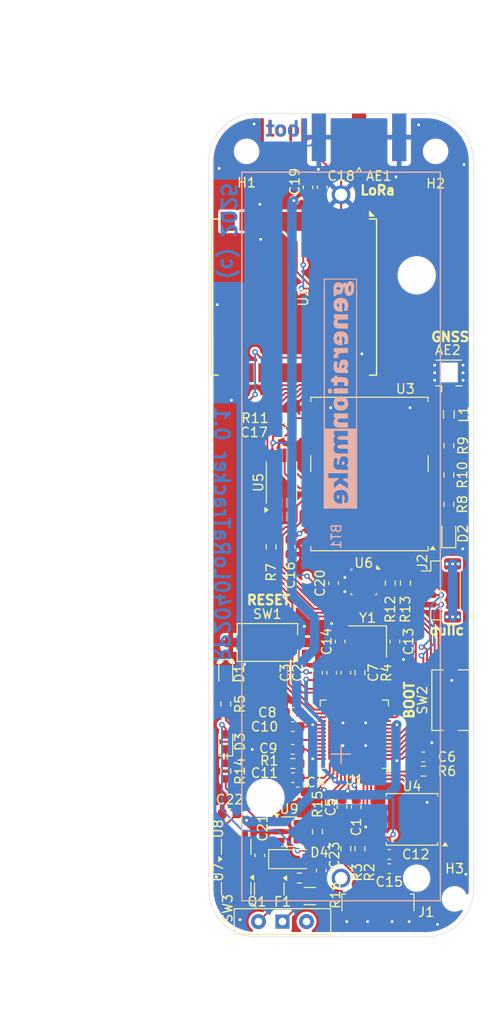
<source format=kicad_pcb>
(kicad_pcb (version 20240108) (generator "pcbnew") (generator_version "8.0")
  (title_block (title "RP2040LoRaTracker") (date "2025-04-20") (rev "0.1") (company "generationmake"))
  (layers (0 "F.Cu" signal) (31 "B.Cu" signal) (34 "B.Paste" user) (35 "F.Paste" user) (36 "B.SilkS" user "B.Silkscreen") (37 "F.SilkS" user "F.Silkscreen") (38 "B.Mask" user) (39 "F.Mask" user) (44 "Edge.Cuts" user))
  (net 0 "")
  (net 1 "GND")
  (net 2 "/LoRa GNSS/LORA_ANTENNA")
  (net 3 "/LoRa GNSS/NEO_ANTENNA")
  (net 4 "+BATT")
  (net 5 "+1V1")
  (net 6 "+3V3")
  (net 7 "/RP2040/ADC_AVDD")
  (net 8 "/RP2040/XIN")
  (net 9 "/RP2040/XR")
  (net 10 "/RP2040/D1_R")
  (net 11 "/LoRa GNSS/D2_R")
  (net 12 "Net-(L1-Pad1)")
  (net 13 "/RP2040/USB_DP")
  (net 14 "/RP2040/USB_DPX")
  (net 15 "/RP2040/USB_DMX")
  (net 16 "/RP2040/USB_DM")
  (net 17 "/RP2040/XOUT")
  (net 18 "/RP2040/GPIO25")
  (net 19 "/RP2040/QSPI_SS")
  (net 20 "Net-(R6-Pad1)")
  (net 21 "/RP2040/LORA_DIO0_R")
  (net 22 "LORA_DIO0")
  (net 23 "/LoRa GNSS/TIMEPULSE")
  (net 24 "/LoRa GNSS/VCC_RF")
  (net 25 "/LoRa GNSS/NEO_RESET")
  (net 26 "Net-(U3-LNA_EN)")
  (net 31 "SERIAL_RX")
  (net 34 "SPI_SCK")
  (net 36 "/RP2040/QSPI_SD3")
  (net 40 "I2C_SCL")
  (net 42 "LORA_CS")
  (net 43 "/RP2040/QSPI_SD2")
  (net 44 "/RP2040/QSPI_SD1")
  (net 51 "/RP2040/QSPI_SD0")
  (net 52 "SERIAL_TX")
  (net 54 "SPI_MISO")
  (net 55 "/RP2040/QSPI_SCLK")
  (net 56 "/RP2040/RUN")
  (net 57 "SPI_MOSI")
  (net 58 "LORA_RESET")
  (net 61 "unconnected-(J2-MountPin-PadMP)")
  (net 68 "/LoRa GNSS/NEO_I2C_SDA")
  (net 73 "/LoRa GNSS/NEO_I2C_SCL")
  (net 81 "I2C_SDA")
  (net 82 "Net-(U7-~{RESET})")
  (net 84 "VCC")
  (net 85 "VBUS")
  (net 86 "Net-(D3-K)")
  (net 87 "Net-(Q1-G)")
  (net 88 "Net-(U9-STAT)")
  (net 89 "Net-(U9-PROG)")
  (net 90 "Net-(BT1-+)")
  (net 91 "Net-(SW3-B)")
  (footprint "LED_SMD:LED_0603_1608Metric" (layer "F.Cu") (at 126.8 113.2 -90)
    (property "Reference" "D1")
    (property "Value" "LED_Small")
  )
  (footprint "Resistor_SMD:R_0603_1608Metric" (layer "F.Cu") (at 134.6 134.8)
    (property "Reference" "R16")
    (property "Value" "4k7")
  )
  (footprint "generationmake:generationmake_small_solder" (layer "F.Cu") (at 153.4 69.5 90)
    (property "Reference" "FID1" (hide yes))
    (property "Value" "Fiducial" (hide yes))
  )
  (footprint "Resistor_SMD:R_0603_1608Metric" (layer "F.Cu") (at 141 131.7 90)
    (property "Reference" "R2")
    (property "Value" "27R")
  )
  (footprint "RF_GPS:ublox_NEO" (layer "F.Cu") (at 142 92.1 180)
    (property "Reference" "U3")
    (property "Value" "NEO-M8N")
  )
  (footprint "Inductor_SMD:L_0805_2012Metric" (layer "F.Cu") (at 150.4 85.8 90)
    (property "Reference" "L1")
    (property "Value" "L")
  )
  (footprint "MountingHole:MountingHole_2.2mm_M2" (layer "F.Cu") (at 149 58)
    (property "Reference" "H2")
    (property "Value" "MountingHole")
  )
  (footprint "Capacitor_SMD:C_0603_1608Metric" (layer "F.Cu") (at 144.1 133.8)
    (property "Reference" "C15")
    (property "Value" "2.2 uF")
  )
  (footprint "Resistor_SMD:R_0603_1608Metric" (layer "F.Cu") (at 131.6 99.8 90)
    (property "Reference" "R7")
    (property "Value" "DNI")
  )
  (footprint "Capacitor_SMD:C_0603_1608Metric" (layer "F.Cu") (at 136.9 134 -90)
    (property "Reference" "C23")
    (property "Value" "2.2 uF")
  )
  (footprint "Capacitor_SMD:C_0603_1608Metric" (layer "F.Cu") (at 137 61.8 90)
    (property "Reference" "C18")
    (property "Value" "100 nF")
  )
  (footprint "Capacitor_SMD:C_0603_1608Metric" (layer "F.Cu") (at 139.5 113.1 90)
    (property "Reference" "C7")
    (property "Value" "100 nF")
  )
  (footprint "Resistor_SMD:R_0603_1608Metric" (layer "F.Cu") (at 147.7 123.5 180)
    (property "Reference" "R6")
    (property "Value" "1k")
  )
  (footprint "Resistor_SMD:R_0603_1608Metric" (layer "F.Cu") (at 126.8 116.4 90)
    (property "Reference" "R5")
    (property "Value" "1k")
  )
  (footprint "Package_TO_SOT_SMD:SOT-23" (layer "F.Cu") (at 131.4 135.9625 -90)
    (property "Reference" "Q1")
    (property "Value" "NTR4171P")
  )
  (footprint "Package_TO_SOT_SMD:SOT-23-5" (layer "F.Cu") (at 133.5 129.9)
    (property "Reference" "U9")
    (property "Value" "MCP73832-2-OT")
  )
  (footprint "Capacitor_SMD:C_0603_1608Metric" (layer "F.Cu") (at 139.1 127.3 -90)
    (property "Reference" "C5")
    (property "Value" "100 nF")
  )
  (footprint "Fuse:Fuse_1206_3216Metric" (layer "F.Cu") (at 135.7 136.7)
    (property "Reference" "F1")
    (property "Value" "SF-1206S050")
  )
  (footprint "RF_Module:Ai-Thinker-Ra-01-LoRa" (layer "F.Cu") (at 134 73.4 -90)
    (property "Reference" "U2")
    (property "Value" "Ai-Thinker-Ra-01")
  )
  (footprint "LED_SMD:LED_0603_1608Metric" (layer "F.Cu") (at 150.4 98.4 90)
    (property "Reference" "D2")
    (property "Value" "LED_Small")
  )
  (footprint "Capacitor_SMD:C_0603_1608Metric" (layer "F.Cu") (at 135.5 61.8 90)
    (property "Reference" "C19")
    (property "Value" "2.2 uF")
  )
  (footprint "Capacitor_SMD:C_0603_1608Metric" (layer "F.Cu") (at 127.2 128 180)
    (property "Reference" "C22")
    (property "Value" "2.2 uF")
  )
  (footprint "Capacitor_SMD:C_0603_1608Metric" (layer "F.Cu") (at 130.4 132.4 90)
    (property "Reference" "C21")
    (property "Value" "2.2 uF")
  )
  (footprint "Capacitor_SMD:C_0603_1608Metric" (layer "F.Cu") (at 133.9 124.2 180)
    (property "Reference" "C11")
    (property "Value" "100 nF")
  )
  (footprint "Resistor_SMD:R_0603_1608Metric" (layer "F.Cu") (at 126.8 123.5 90)
    (property "Reference" "R14")
    (property "Value" "4k7")
  )
  (footprint "Connector_Coaxial:U.FL_Hirose_U.FL-R-SMT-1_Vertical" (layer "F.Cu") (at 150.4 81.9 90)
    (property "Reference" "AE2")
    (property "Value" "Antenna_Shield")
  )
  (footprint "LED_SMD:LED_0603_1608Metric" (layer "F.Cu") (at 126.8 120.4 90)
    (property "Reference" "D3")
    (property "Value" "LED_Small")
  )
  (footprint "Package_SO:TSSOP-8_4.4x3mm_P0.65mm" (layer "F.Cu") (at 132.7 93 90)
    (property "Reference" "U5")
    (property "Value" "24LC32")
  )
  (footprint "Resistor_SMD:R_0603_1608Metric" (layer "F.Cu") (at 133 86.2)
    (property "Reference" "R11")
    (property "Value" "DNI")
  )
  (footprint "Capacitor_SMD:C_0603_1608Metric" (layer "F.Cu") (at 138.2025 103.6325 90)
    (property "Reference" "C20")
    (property "Value" "100 nF")
  )
  (footprint "Resistor_SMD:R_0603_1608Metric" (layer "F.Cu") (at 150.4 95.3 -90)
    (property "Reference" "R8")
    (property "Value" "1k")
  )
  (footprint "Resistor_SMD:R_0603_1608Metric" (layer "F.Cu") (at 145.8025 103.6325 -90)
    (property "Reference" "R13")
    (property "Value" "10k")
  )
  (footprint "Capacitor_SMD:C_0603_1608Metric" (layer "F.Cu") (at 133.9 117.3 180)
    (property "Reference" "C8")
    (property "Value" "100 nF")
  )
  (footprint "Resistor_SMD:R_0603_1608Metric" (layer "F.Cu") (at 136.5 129.9 90)
    (property "Reference" "R15")
    (property "Value" "10k")
  )
  (footprint "Capacitor_SMD:C_0603_1608Metric" (layer "F.Cu") (at 133 87.7)
    (property "Reference" "C17")
    (property "Value" "100 nF")
  )
  (footprint "Capacitor_SMD:C_0603_1608Metric" (layer "F.Cu") (at 140.6 127.3 -90)
    (property "Reference" "C1")
    (property "Value" "100 nF")
  )
  (footprint "Resistor_SMD:R_0603_1608Metric" (layer "F.Cu") (at 150.4 89.1 90)
    (property "Reference" "R9")
    (property "Value" "1k")
  )
  (footprint "Package_SO:SOIC-8_5.23x5.23mm_P1.27mm" (layer "F.Cu") (at 146.5 128.6 180)
    (property "Reference" "U4")
    (property "Value" "W25Q16JVSS")
  )
  (footprint "Capacitor_SMD:C_0603_1608Metric" (layer "F.Cu") (at 144.7 109.8 -90)
    (property "Reference" "C13")
    (property "Value" "15 pF")
  )
  (footprint "Button_Switch_SMD:SW_Tactile_SPST_NO_Straight_CK_PTS636Sx25SMTRLFS" (layer "F.Cu") (at 131.2 109.9)
    (property "Reference" "SW1")
    (property "Value" "SW_Push")
  )
  (footprint "Resistor_SMD:R_0603_1608Metric" (layer "F.Cu") (at 150.4 92.2 -90)
    (property "Reference" "R10")
    (property "Value" "0R")
  )
  (footprint "Capacitor_SMD:C_0603_1608Metric" (layer "F.Cu") (at 133.9 118.8 180)
    (property "Reference" "C10")
    (property "Value" "2.2 uF")
  )
  (footprint "Resistor_SMD:R_0603_1608Metric" (layer "F.Cu") (at 133.9 122.7)
    (property "Reference" "R1")
    (property "Value" "200R")
  )
  (footprint "Capacitor_SMD:C_0603_1608Metric" (layer "F.Cu") (at 138.9 109.8 90)
    (property "Reference" "C14")
    (property "Value" "15 pF")
  )
  (footprint "Capacitor_SMD:C_0603_1608Metric" (layer "F.Cu") (at 133.9 121.2 180)
    (property "Reference" "C9")
    (property "Value" "100 nF")
  )
  (footprint "Connector_USB:USB_Micro-B_Molex_47346-0001" (layer "F.Cu") (at 142.9 138.2)
    (property "Reference" "J1")
    (property "Value" "USB_B_Micro")
  )
  (footprint "Diode_SMD:D_SOD-123" (layer "F.Cu") (at 133.7 132.8)
    (property "Reference" "D4")
    (property "Value" "MBR120")
  )
  (footprint "Connector_JST:JST_SH_BM04B-SRSS-TB_1x04-1MP_P1.00mm_Vertical" (layer "F.Cu") (at 149.6 104.4 -90)
    (property "Reference" "J2")
    (property "Value" "BM04B-SRSS-TB")
  )
  (footprint "Crystal:Crystal_SMD_3225-4Pin_3.2x2.5mm" (layer "F.Cu") (at 141.8 109.8 180)
    (property "Reference" "Y1")
    (property "Value" "Crystal_GND24_Small")
  )
  (footprint "Resistor_SMD:R_0603_1608Metric" (layer "F.Cu") (at 144.2025 103.6325 -90)
    (property "Reference" "R12")
    (property "Value" "10k")
  )
  (footprint "Connector_Coaxial:SMA_Amphenol_132289_EdgeMount" (layer "F.Cu") (at 140.9 56.5 90)
    (property "Reference" "AE1")
    (property "Value" "Antenna_Shield")
  )
  (footprint "Package_LGA:Bosch_LGA-8_2.5x2.5mm_P0.65mm_ClockwisePinNumbering" (layer "F.Cu") (at 141.4 103.5 -90)
    (property "Reference" "U6")
    (property "Value" "BME280")
  )
  (footprint "Capacitor_SMD:C_0603_1608Metric" (layer "F.Cu") (at 134.4 125.7 180)
    (property "Reference" "C4")
    (property "Value" "100 nF")
  )
  (footprint "Capacitor_SMD:C_0603_1608Metric" (layer "F.Cu") (at 136.5 113.1 90)
    (property "Reference" "C3")
    (property "Value" "2.2 uF")
  )
  (footprint "Capacitor_SMD:C_0603_1608Metric" (layer "F.Cu") (at 147.7 122)
    (property "Reference" "C6")
    (property "Value" "100 nF")
  )
  (footprint "Package_TO_SOT_SMD:SOT-23" (layer "F.Cu") (at 127.9 135.9 -90)
    (property "Reference" "U7")
    (property "Value" "TPS3839DBZ")
  )
  (footprint "Resistor_SMD:R_0603_1608Metric" (layer "F.Cu") (at 139.5 131.7 90)
    (property "Reference" "R3")
    (property "Value" "27R")
  )
  (footprint "Capacitor_SMD:C_0603_1608Metric" (layer "F.Cu") (at 144.1 132.3)
    (property "Reference" "C12")
    (property "Value" "100 nF")
  )
  (footprint "MountingHole:MountingHole_2.2mm_M2" (layer "F.Cu") (at 129 58)
    (property "Reference" "H1")
    (property "Value" "MountingHole")
  )
  (footprint "Button_Switch_SMD:SW_Tactile_SPST_NO_Straight_CK_PTS636Sx25SMTRLFS" (layer "F.Cu") (at 150.6 116 -90)
    (property "Reference" "SW2")
    (property "Value" "SW_Push")
  )
  (footprint "Capacitor_SMD:C_0603_1608Metric" (layer "F.Cu") (at 138 113.1 90)
    (property "Reference" "C2")
    (property "Value" "100 nF")
  )
  (footprint "Package_DFN_QFN:QFN-56-1EP_7x7mm_P0.4mm_EP3.2x3.2mm" (layer "F.Cu") (at 140.4 119.6 180)
    (property "Reference" "U1")
    (property "Value" "RP2040")
  )
  (footprint "MountingHole:MountingHole_2.2mm_M2" (layer "F.Cu") (at 151 137)
    (property "Reference" "H3")
    (property "Value" "MountingHole")
  )
  (footprint "Button_Switch_THT:SW_Slide-03_Wuerth-WS-SLTV_10x2.5x6.4_P2.54mm" (layer "F.Cu") (at 132.8 139.4 180)
    (property "Reference" "SW3")
    (property "Value" "SW_SPDT")
  )
  (footprint "Package_TO_SOT_SMD:SOT-23-5" (layer "F.Cu") (at 127.9 131.5 90)
    (property "Reference" "U8")
    (property "Value" "TPS73630DBV")
  )
  (footprint "Capacitor_SMD:C_0603_1608Metric" (layer "F.Cu") (at 133.6 99.8 -90)
    (property "Reference" "C16")
    (property "Value" "100 nF")
  )
  (footprint "Resistor_SMD:R_0603_1608Metric" (layer "F.Cu") (at 141 113.1 -90)
    (property "Reference" "R4")
    (property "Value" "1k")
  )
  (footprint "generationmake:generationmake_logo" (layer "B.Cu") (at 144.1954 83.5619 -90)
    (property "Reference" "FID2" (hide yes))
    (property "Value" "Fiducial" (hide yes))
  )
  (footprint "generationmake:KEYSTONE_1043" (layer "B.Cu") (at 139 98.7 90)
    (property "Reference" "BT1")
    (property "Value" "Battery_Cell")
  )
  (gr_line (start 130 54) (end 148 54) (stroke (width 0.05)) (layer "Edge.Cuts"))
  (gr_arc (start 148 54) (mid 151.535534 55.464466) (end 153 59) (stroke (width 0.05)) (layer "Edge.Cuts"))
  (gr_arc (start 125 59) (mid 126.464466 55.464466) (end 130 54) (stroke (width 0.05)) (layer "Edge.Cuts"))
  (gr_line (start 148 141) (end 130 141) (stroke (width 0.05)) (layer "Edge.Cuts"))
  (gr_arc (start 153 136) (mid 151.535534 139.535534) (end 148 141) (stroke (width 0.05)) (layer "Edge.Cuts"))
  (gr_line (start 153 59) (end 153 136) (stroke (width 0.05)) (layer "Edge.Cuts"))
  (gr_arc (start 130 141) (mid 126.464466 139.535534) (end 125 136) (stroke (width 0.05)) (layer "Edge.Cuts"))
  (gr_line (start 125 136) (end 125 59) (stroke (width 0.05)) (layer "Edge.Cuts"))
  (gr_text "top" (at 130.9 56.5 0) (layer "F.Cu") (effects (font (size 1.5 1.5) (thickness 0.3) (bold yes)) (justify left bottom)))
  (gr_text "RP2040LoRaTracker 0.1" (at 125.5 112.2 -90) (layer "B.Cu") (effects (font (size 1.5 1.5) (thickness 0.3) (bold yes)) (justify left bottom mirror)))
  (gr_text "(c) 2025" (at 126.2 71.7 -90) (layer "B.Cu") (effects (font (size 1.5 1.5) (thickness 0.3) (bold yes)) (justify left bottom mirror)))
  (gr_text "bot" (at 134.8 56.5 0) (layer "B.Cu") (effects (font (size 1.5 1.5) (thickness 0.3) (bold yes)) (justify left bottom mirror)))
  (gr_text "LoRa" (at 140.9 62.7 0) (layer "F.SilkS") (effects (font (size 1 1) (thickness 0.25) (bold yes)) (justify left bottom)))
  (gr_text "BOOT" (at 146.8 118.1 90) (layer "F.SilkS") (effects (font (size 1 1) (thickness 0.25) (bold yes)) (justify left bottom)))
  (gr_text "quiic" (at 148.2 109.2 0) (layer "F.SilkS") (effects (font (size 1 1) (thickness 0.25) (bold yes)) (justify left bottom)))
  (gr_text "GNSS" (at 148.4 78.2 0) (layer "F.SilkS") (effects (font (size 1 1) (thickness 0.25) (bold yes)) (justify left bottom)))
  (gr_text "RESET" (at 128.9 106 0) (layer "F.SilkS") (effects (font (size 1 1) (thickness 0.25) (bold yes)) (justify left bottom)))
  (segment (start 151.875 100.2) (end 151.875 100.425) (width 0.2) (layer "F.Cu") (net 1))
  (segment (start 146.3 85.1) (end 148 85.1) (width 0.2) (layer "F.Cu") (net 1))
  (segment (start 151.875 100.2) (end 152 100.325) (width 0.2) (layer "F.Cu") (net 1))
  (segment (start 151.875 100) (end 151.875 100.2) (width 0.2) (layer "F.Cu") (net 1))
  (segment (start 148.475 122) (end 148.475 122.125) (width 0.2) (layer "F.Cu") (net 1))
  (segment (start 125.6 70.1) (end 125.6 77.6) (width 0.2) (layer "F.Cu") (net 1))
  (segment (start 136.5 130.725) (end 136.225 130.725) (width 0.2) (layer "F.Cu") (net 1))
  (segment (start 130.4 131.200001) (end 130.4 131.625) (width 0.2) (layer "F.Cu") (net 1))
  (segment (start 125.7125 112.4125) (end 125.6 112.3) (width 0.2) (layer "F.Cu") (net 1))
  (segment (start 133.675 87.7) (end 132.175 86.2) (width 0.2) (layer "F.Cu") (net 1))
  (segment (start 141.65 108) (end 140.7 108.95) (width 0.2) (layer "F.Cu") (net 1))
  (segment (start 135.1 100.9) (end 139.2 100.9) (width 0.2) (layer "F.Cu") (net 1))
  (segment (start 127.1 84) (end 127.4 84.3) (width 0.2) (layer "F.Cu") (net 1))
  (segment (start 132.975 85.4) (end 132.175 86.2) (width 0.2) (layer "F.Cu") (net 1))
  (segment (start 142.425 102.525) (end 142.295 102.525) (width 0.2) (layer "F.Cu") (net 1))
  (segment (start 125.6 135.5) (end 125.6 133.7) (width 0.2) (layer "F.Cu") (net 1))
  (segment (start 141 81.4) (end 141 80) (width 0.2) (layer "F.Cu") (net 1))
  (segment (start 131.95 57.45) (end 125.6 63.8) (width 0.2) (layer "F.Cu") (net 1))
  (segment (start 133.5 97.3) (end 133 97.3) (width 0.2) (layer "F.Cu") (net 1))
  (segment (start 147.7 122.9) (end 147.7 124) (width 0.2) (layer "F.Cu") (net 1))
  (segment (start 145.6 108.7) (end 144.9 108) (width 0.2) (layer "F.Cu") (net 1))
  (segment (start 152.25 133.85) (end 152.4 133.7) (width 0.2) (layer "F.Cu") (net 1))
  (segment (start 139 62.59) (end 139 61.0125) (width 0.2) (layer "F.Cu") (net 1))
  (segment (start 150.6 112.125) (end 151.8 112.125) (width 0.2) (layer "F.Cu") (net 1))
  (segment (start 130.4 131.625) (end 130.4 130.6) (width 0.2) (layer "F.Cu") (net 1))
  (segment (start 144.7 110.575) (end 142.975 110.575) (width 0.2) (layer "F.Cu") (net 1))
  (segment (start 146.7 56.5) (end 146.7 58.15) (width 0.2) (layer "F.Cu") (net 1))
  (segment (start 135.4 129.9) (end 132.3625 129.9) (width 0.2) (layer "F.Cu") (net 1))
  (segment (start 151.875 99.4) (end 151.875 100) (width 0.2) (layer "F.Cu") (net 1))
  (segment (start 151.15 134.95) (end 150.05 134.95) (width 0.2) (layer "F.Cu") (net 1))
  (segment (start 135 85.1) (end 134.7 85.4) (width 0.2) (layer "F.Cu") (net 1))
  (segment (start 132.3 122.025) (end 133.125 121.2) (width 0.2) (layer "F.Cu") (net 1))
  (segment (start 132.375 97.225) (end 132.3 97.3) (width 0.2) (layer "F.Cu") (net 1))
  (segment (start 144.9 108) (end 141.65 108) (width 0.2) (layer "F.Cu") (net 1))
  (segment (start 145.25 56.5) (end 146.7 56.5) (width 0.2) (layer "F.Cu") (net 1))
  (segment (start 148.3 127.7) (end 148.2 127.8) (width 0.2) (layer "F.Cu") (net 1))
  (segment (start 148.475 122.125) (end 147.7 122.9) (width 0.2) (layer "F.Cu") (net 1))
  (segment (start 132.4 117.3) (end 133.125 117.3) (width 0.2) (layer "F.Cu") (net 1))
  (segment (start 152.05 63.5) (end 152.05 82.45) (width 0.2) (layer "F.Cu") (net 1))
  (segment (start 141.4025 101.6325) (end 139.5025 101.6325) (width 0.2) (layer "F.Cu") (net 1))
  (segment (start 148.925 84.175) (end 148.925 81.425) (width 0.2) (layer "F.Cu") (net 1))
  (segment (start 130.4 130.6) (end 130.2 130.4) (width 0.2) (layer "F.Cu") (net 1))
  (segment (start 140.6 128.675) (end 140.875 128.675) (width 0.2) (layer "F.Cu") (net 1))
  (segment (start 144.45 139.4) (end 144.45 136.99) (width 0.2) (layer "F.Cu") (net 1))
  (segment (start 139.6 139.4) (end 141.75 139.4) (width 0.2) (layer "F.Cu") (net 1))
  (segment (start 148 87.3) (end 146.8 87.3) (width 0.2) (layer "F.Cu") (net 1))
  (segment (start 125.7 120.4) (end 125.6 120.3) (width 0.2) (layer "F.Cu") (net 1))
  (segment (start 133.125 124.2) (end 132.7 124.2) (width 0.2) (layer "F.Cu") (net 1))
  (segment (start 132.375 89.400001) (end 132.4 89.375001) (width 0.2) (layer "F.Cu") (net 1))
  (segment (start 148.4 124.7) (end 150.8 124.7) (width 0.2) (layer "F.Cu") (net 1))
  (segment (start 125.6 87.5) (end 125.6 85.1) (width 0.2) (layer "F.Cu") (net 1))
  (segment (start 132.4 88.8) (end 133.5 87.7) (width 0.2) (layer "F.Cu") (net 1))
  (segment (start 125.8 128) (end 125.6 128.2) (width 0.2) (layer "F.Cu") (net 1))
  (segment (start 144.45 137.7625) (end 145.3875 136.825) (width 0.2) (layer "F.Cu") (net 1))
  (segment (start 125.6 135.925) (end 126.1 136.425) (width 0.2) (layer "F.Cu") (net 1))
  (segment (start 145.3875 135.4875) (end 145.3875 136.825) (width 0.2) (layer "F.Cu") (net 1))
  (segment (start 138.675 109.025) (end 138.9 109.025) (width 0.2) (layer "F.Cu") (net 1))
  (segment (start 151.8625 99.3875) (end 150.6 99.3875) (width 0.2) (layer "F.Cu") (net 1))
  (segment (start 150.05 134.95) (end 148.5 136.5) (width 0.2) (layer "F.Cu") (net 1))
  (segment (start 141.8 139.4) (end 144.4 139.4) (width 0.2) (layer "F.Cu") (net 1))
  (segment (start 148.925 79.975) (end 148.925 81.425) (width 0.2) (layer "F.Cu") (net 1))
  (segment (start 134.75 57.45) (end 131.95 57.45) (width 0.2) (layer "F.Cu") (net 1))
  (segment (start 144.6 134.075) (end 144.875 133.8) (width 0.2) (layer "F.Cu") (net 1))
  (segment (start 140.145 103.175) (end 139.5025 102.5325) (width 0.2) (layer "F.Cu") (net 1))
  (segment (start 127.9 133.299999) (end 127.9 132.6375) (width 0.2) (layer "F.Cu") (net 1))
  (segment (start 139.5 112.325) (end 138 112.325) (width 0.2) (layer "F.Cu") (net 1))
  (segment (start 127.1 81.5) (end 127.1 83.6) (width 0.2) (layer "F.Cu") (net 1))
  (segment (start 150.8 124.7) (end 152.4 124.7) (width 0.2) (layer "F.Cu") (net 1))
  (segment (start 129.1 114) (end 129.1 112.6) (width 0.2) (layer "F.Cu") (net 1))
  (segment (start 138.9 109.025) (end 136.5 109.025) (width 0.2) (layer "F.Cu") (net 1))
  (segment (start 139.5025 102.5325) (end 139.5025 102.9325) (width 0.2) (layer "F.Cu") (net 1))
  (segment (start 129.6 121.2) (end 128.5 121.2) (width 0.2) (layer "F.Cu") (net 1))
  (segment (start 144.45 136.99) (end 144.2 136.74) (width 0.2) (layer "F.Cu") (net 1))
  (segment (start 127 81.4) (end 127 79) (width 0.2) (layer "F.Cu") (net 1))
  (segment (start 125.6 112.3) (end 125.6 120.3) (width 0.2) (layer "F.Cu") (net 1))
  (segment (start 140.375 104.475) (end 139.46 104.475) (width 0.2) (layer "F.Cu") (net 1))
  (segment (start 152 102.8) (end 152 109.5) (width 0.2) (layer "F.Cu") (net 1))
  (segment (start 141 80) (end 135.9 74.9) (width 0.2) (layer "F.Cu") (net 1))
  (segment (start 128.1 74.9) (end 128.1 74.4) (width 0.2) (layer "F.Cu") (net 1))
  (segment (start 144.45 139.4) (end 144.45 137.7625) (width 0.2) (layer "F.Cu") (net 1))
  (segment (start 148.5 136.8) (end 148.35 136.95) (width 0.2) (layer "F.Cu") (net 1))
  (segment (start 133.125 125.2) (end 133.625 125.7) (width 0.2) (layer "F.Cu") (net 1))
  (segment (start 144.6 134.7) (end 145.3875 135.4875) (width 0.2) (layer "F.Cu") (net 1))
  (segment (start 137.9 85.1) (end 138.7 85.1) (width 0.2) (layer "F.Cu") (net 1))
  (segment (start 133.125 121.2) (end 129.6 121.2) (width 0.2) (layer "F.Cu") (net 1))
  (segment (start 139 65.4) (end 139 62.59) (width 0.2) (layer "F.Cu") (net 1))
  (segment (start 138.975 108.95) (end 138.9 109.025) (width 0.2) (layer "F.Cu") (net 1))
  (segment (start 133 97.3) (end 132.3 97.3) (width 0.2) (layer "F.Cu") (net 1))
  (segment (start 136 99.1) (end 135.075 99.1) (width 0.2) (layer "F.Cu") (net 1))
  (segment (start 132.3625 129.9) (end 131.700001 129.9) (width 0.2) (layer "F.Cu") (net 1))
  (segment (start 128.396948 134.9625) (end 126.934448 136.425) (width 0.2) (layer "F.Cu") (net 1))
  (segment (start 146.7 139.4) (end 148.35 137.75) (width 0.2) (layer "F.Cu") (net 1))
  (segment (start 139.525 139.4) (end 139.6 139.4) (width 0.2) (layer "F.Cu") (net 1))
  (segment (start 152.4 124.7) (end 152.4 123.5) (width 0.2) (layer "F.Cu") (net 1))
  (segment (start 125.6 134.7) (end 125.6 135.5) (width 0.2) (layer "F.Cu") (net 1))
  (segment (start 137.4 139.4) (end 139.525 139.4) (width 0.2) (layer "F.Cu") (net 1))
  (segment (start 144.6 134.7) (end 144.6 134.075) (width 0.2) (layer "F.Cu") (net 1))
  (segment (start 129.1 112.6) (end 129 112.5) (width 0.2) (layer "F.Cu") (net 1))
  (segment (start 129 112.5) (end 129 112.4) (width 0.2) (layer "F.Cu") (net 1))
  (segment (start 139.5025 102.5325) (end 139.5025 101.6325) (width 0.2) (layer "F.Cu") (net 1))
  (segment (start 126.2 109.9) (end 125.6 110.5) (width 0.2) (layer "F.Cu") (net 1))
  (segment (start 136.75 58.7625) (end 136.75 56.5) (width 0.2) (layer "F.Cu") (net 1))
  (segment (start 138 109.7) (end 138.675 109.025) (width 0.2) (layer "F.Cu") (net 1))
  (segment (start 141.4 118.6) (end 141.4 116.1625) (width 0.2) (layer "F.Cu") (net 1))
  (segment (start 132.7 124.2) (end 132.3 123.8) (width 0.2) (layer "F.Cu") (net 1))
  (segment (start 125.6 133.7) (end 127.499999 133.7) (width 0.2) (layer "F.Cu") (net 1))
  (segment (start 139.5025 101.6325) (end 139.1 101.6325) (width 0.2) (layer "F.Cu") (net 1))
  (segment (start 139 61.0125) (end 136.75 58.7625) (width 0.2) (layer "F.Cu") (net 1))
  (segment (start 139.1 128.075) (end 140.6 128.075) (width 0.2) (layer "F.Cu") (net 1))
  (segment (start 137 61.025) (end 138.9875 61.025) (width 0.2) (layer "F.Cu") (net 1))
  (segment (start 141.4 116.1625) (end 141.4 115.365686) (width 0.2) (layer "F.Cu") (net 1))
  (segment (start 152.4 133.7) (end 152.4 124.7) (width 0.2) (layer "F.Cu") (net 1))
  (segment (start 144.7 110.575) (end 144.925 110.575) (width 0.2) (layer "F.Cu") (net 1))
  (segment (start 148.5 136.5) (end 148.5 136.8) (width 0.2) (layer "F.Cu") (net 1))
  (segment (start 150.3 126.695) (end 149.105 126.695) (width 0.2) (layer "F.Cu") (net 1))
  (segment (start 133.025 97.275) (end 133 97.3) (width 0.2) (layer "F.Cu") (net 1))
  (segment (start 133.675 95.8625) (end 133.675 97.125) (width 0.2) (layer "F.Cu") (net 1))
  (segment (start 140.7 99.4) (end 139.2 100.9) (width 0.2) (layer "F.Cu") (net 1))
  (segment (start 146.7 58.15) (end 152.05 63.5) (width 0.2) (layer "F.Cu") (net 1))
  (segment (start 151.5 79.3) (end 149.6 79.3) (width 0.2) (layer "F.Cu") (net 1))
  (segment (start 132.3 97.3) (end 132 97.3) (width 0.2) (layer "F.Cu") (net 1))
  (segment (start 129 112.4) (end 128.8 112.2) (width 0.2) (layer "F.Cu") (net 1))
  (segment (start 140.4125 138.0625) (end 140.4125 136.825) (width 0.2) (layer "F.Cu") (net 1))
  (segment (start 126.8 112.4125) (end 125.7125 112.4125) (width 0.2) (layer "F.Cu") (net 1))
  (segment (start 127.1 83.6) (end 127.1 84) (width 0.2) (layer "F.Cu") (net 1))
  (segment (start 135.9 74.9) (end 128.1 74.9) (width 0.2) (layer "F.Cu") (net 1))
  (segment (start 134.7 85.4) (end 132.975 85.4) (width 0.2) (layer "F.Cu") (net 1))
  (segment (start 133.675 97.125) (end 133.5 97.3) (width 0.2) (layer "F.Cu") (net 1))
  (segment (start 144.8 60.7) (end 145.25 60.25) (width 0.2) (layer "F.Cu") (net 1))
  (segment (start 148.35 136.95) (end 148.35 137.75) (width 0.2) (layer "F.Cu") (net 1))
  (segment (start 136 135.9) (end 136 138) (width 0.2) (layer "F.Cu") (net 1))
  (segment (start 127 79) (end 125.6 77.6) (width 0.2) (layer "F.Cu") (net 1))
  (segment (start 126.934448 136.425) (end 126.1 136.425) (width 0.2) (layer "F.Cu") (net 1))
  (segment (start 151.875 99.4) (end 151.8625 99.3875) (width 0.2) (layer "F.Cu") (net 1))
  (segment (start 127.7 120.4) (end 125.7 120.4) (width 0.2) (layer "F.Cu") (net 1))
  (segment (start 146.4 86.9) (end 146.4 85.5) (width 0.2) (layer "F.Cu") (net 1))
  (segment (start 148.2 127.8) (end 148.2 131.2) (width 0.2) (layer "F.Cu") (net 1))
  (segment (start 150.8 124.7) (end 151.44261 124.7) (width 0.2) (layer "F.Cu") (net 1))
  (segment (start 136 138) (end 137.4 139.4) (width 0.2) (layer "F.Cu") (net 1))
  (segment (start 129.1 114) (end 132.4 117.3) (width 0.2) (layer "F.Cu") (net 1))
  (segment (start 142.975 110.575) (end 142.9 110.65) (width 0.2) (layer "F.Cu") (net 1))
  (segment (start 136.9 135) (end 136 135.9) (width 0.2) (layer "F.Cu") (net 1))
  (segment (start 140.4 119.6) (end 141.4 118.6) (width 0.2) (layer "F.Cu") (net 1))
  (segment (start 152 109.5) (end 152 111.925) (width 0.2) (layer "F.Cu") (net 1))
  (segment (start 132.4 89.375001) (end 132.4 88.8) (width 0.2) (layer "F.Cu") (net 1))
  (segment (start 128.85 134.9625) (end 128.396948 134.9625) (width 0.2) (layer "F.Cu") (net 1))
  (segment (start 142.295 102.525) (end 141.4025 101.6325) (width 0.2) (layer "F.Cu") (net 1))
  (segment (start 139.2 100.9) (end 139.2 101.5325) (width 0.2) (layer "F.Cu") (net 1))
  (segment (start 138.9 85.1) (end 140.7 86.9) (width 0.2) (layer "F.Cu") (net 1))
  (segment (start 127 81.4) (end 127.1 81.5) (width 0.2) (layer "F.Cu") (net 1))
  (segment (start 151.9 102.9) (end 152 102.8) (width 0.2) (layer "F.Cu") (net 1))
  (segment (start 135.075 99.1) (end 133.6 100.575) (width 0.2) (layer "F.Cu") (net 1))
  (segment (start 125.6 71.9) (end 125.6 70.1) (width 0.2) (layer "F.Cu") (net 1))
  (segment (start 128.5 121.2) (end 127.7 120.4) (width 0.2) (layer "F.Cu") (net 1))
  (segment (start 131.725 97.025) (end 131.725 95.8625) (width 0.2) (layer "F.Cu") (net 1))
  (segment (start 125.6 87.5) (end 125.6 110.5) (width 0.2) (layer "F.Cu") (net 1))
  (segment (start 152 100.325) (end 152 102.8) (width 0.2) (layer "F.Cu") (net 1))
  (segment (start 146.275 139.4) (end 146.7 139.4) (width 0.2) (layer "F.Cu") (net 1))
  (segment (start 146.8 85.1) (end 148 85.1) (width 0.2) (layer "F.Cu") (net 1))
  (segment (start 150.6 99.3875) (end 150.4 99.1875) (width 0.2) (layer "F.Cu") (net 1))
  (segment (start 140.6 128.075) (end 140.6 128.675) (width 0.2) (layer "F.Cu") (net 1))
  (segment (start 133.025 95.8625) (end 133.025 97.275) (width 0.2) (layer "F.Cu") (net 1))
  (segment (start 151.875 81.425) (end 151.875 79.675) (width 0.2) (layer "F.Cu") (net 1))
  (segment (start 138 112.325) (end 136.5 112.325) (width 0.2) (layer "F.Cu") (net 1))
  (segment (start 141.75 139.4) (end 140.4125 138.0625) (width 0.2) (layer "F.Cu") (net 1))
  (segment (start 139.2 101.5325) (end 139.1 101.6325) (width 0.2) (layer "F.Cu") (net 1))
  (segment (start 151.15 134.95) (end 152.25 133.85) (width 0.2) (layer "F.Cu") (net 1))
  (segment (start 144.4 139.4) (end 144.45 139.4) (width 0.2) (layer "F.Cu") (net 1))
  (segment (start 135.1 100.9) (end 134.775 100.575) (width 0.2) (layer "F.Cu") (net 1))
  (segment (start 125.6 128.2) (end 125.6 120.3) (width 0.2) (layer "F.Cu") (net 1))
  (segment (start 151.875 81.425) (end 151.875 99.4) (width 0.2) (layer "F.Cu") (net 1))
  (segment (start 152 123.1) (end 152 109.5) (width 0.2) (layer "F.Cu") (net 1))
  (segment (start 140.7 108.95) (end 138.975 108.95) (width 0.2) (layer "F.Cu") (net 1))
  (segment (start 146.9 132.3) (end 144.875 132.3) (width 0.2) (layer "F.Cu") (net 1))
  (segment (start 136.75 56.5) (end 135.7 56.5) (width 0.2) (layer "F.Cu") (net 1))
  (segment (start 136.225 130.725) (end 135.4 129.9) (width 0.2) (layer "F.Cu") (net 1))
  (segment (start 135.5 61.025) (end 137 61.025) (width 0.2) (layer "F.Cu") (net 1))
  (segment (start 139.5025 102.9325) (end 139.4025 103.0325) (width 0.2) (layer "F.Cu") (net 1))
  (segment (start 133.125 124.2) (end 133.125 125.2) (width 0.2) (layer "F.Cu") (net 1))
  (segment (start 125.6 135.5) (end 125.6 135.925) (width 0.2) (layer "F.Cu") (net 1))
  (segment (start 152.4 123.5) (end 152 123.1) (width 0.2) (layer "F.Cu") (net 1))
  (segment (start 136 85.1) (end 137.9 85.1) (width 0.2) (layer "F.Cu") (net 1))
  (segment (start 145.25 60.25) (end 145.25 56.5) (width 0.2) (layer "F.Cu") (net 1))
  (segment (start 134.775 100.575) (end 133.6 100.575) (width 0.2) (layer "F.Cu") (net 1))
  (segment (start 144.875 133.8) (end 144.875 132.3) (width 0.2) (layer "F.Cu") (net 1))
  (segment (start 146.4 85.5) (end 146.8 85.1) (width 0.2) (layer "F.Cu") (net 1))
  (segment (start 138.2025 102.8575) (end 138.2025 102.4325) (width 0.2) (layer "F.Cu") (net 1))
  (segment (start 139.1 101.6325) (end 139.0025 101.6325) (width 0.2) (layer "F.Cu") (net 1))
  (segment (start 151.875 79.675) (end 151.5 79.3) (width 0.2) (layer "F.Cu") (net 1))
  (segment (start 136.9 134.775) (end 136.9 135) (width 0.2) (layer "F.Cu") (net 1))
  (segment (start 144.45 139.4) (end 146.2 139.4) (width 0.2) (layer "F.Cu") (net 1))
  (segment (start 127.325 109.9) (end 126.2 109.9) (width 0.2) (layer "F.Cu") (net 1))
  (segment (start 125.6 85.1) (end 127.1 83.6) (width 0.2) (layer "F.Cu") (net 1))
  (segment (start 144.925 110.575) (end 145.6 109.9) (width 0.2) (layer "F.Cu") (net 1))
  (segment (start 140.375 103.175) (end 140.145 103.175) (width 0.2) (layer "F.Cu") (net 1))
  (segment (start 136.5 130.725) (end 136.925 130.725) (width 0.2) (layer "F.Cu") (net 1))
  (segment (start 141.75 139.4) (end 141.8 139.4) (width 0.2) (layer "F.Cu") (net 1))
  (segment (start 126.425 128) (end 125.8 128) (width 0.2) (layer "F.Cu") (net 1))
  (segment (start 138 112.325) (end 138 109.7) (width 0.2) (layer "F.Cu") (net 1))
  (segment (start 136.5 109.025) (end 135.925 109.025) (width 0.2) (layer "F.Cu") (net 1))
  (segment (start 148 85.1) (end 148.925 84.175) (width 0.2) (layer "F.Cu") (net 1))
  (segment (start 128.1 74.4) (end 125.6 71.9) (width 0.2) (layer "F.Cu") (net 1))
  (segment (start 125.6 133.7) (end 125.6 128.2) (width 0.2) (layer "F.Cu") (net 1))
  (segment (start 142.9 113.865686) (end 142.9 110.65) (width 0.2) (layer "F.Cu") (net 1))
  (segment (start 148.2 131.2) (end 148 131.2) (width 0.2) (layer "F.Cu") (net 1))
  (segment (start 148 131.2) (end 146.9 132.3) (width 0.2) (layer "F.Cu") (net 1))
  (segment (start 149.6 79.3) (end 148.925 79.975) (width 0.2) (layer "F.Cu") (net 1))
  (segment (start 138.9875 61.025) (end 139 61.0125) (width 0.2) (layer "F.Cu") (net 1))
  (segment (start 141.4 115.365686) (end 142.9 113.865686) (width 0.2) (layer "F.Cu") (net 1))
  (segment (start 146.2 139.4) (end 146.275 139.4) (width 0.2) (layer "F.Cu") (net 1))
  (segment (start 127.499999 133.7) (end 127.9 133.299999) (width 0.2) (layer "F.Cu") (net 1))
  (segment (start 132.375 90.1375) (end 132.375 95.8625) (width 0.2) (layer "F.Cu") (net 1))
  (segment (start 152 111.925) (end 151.8 112.125) (width 0.2) (layer "F.Cu") (net 1))
  (segment (start 135.7 56.5) (end 134.75 57.45) (width 0.2) (layer "F.Cu") (net 1))
  (segment (start 125.6 63.8) (end 125.6 70.1) (width 0.2) (layer "F.Cu") (net 1))
  (segment (start 135.925 109.025) (end 135.1 108.2) (width 0.2) (layer "F.Cu") (net 1))
  (segment (start 148.275 102.9) (end 151.9 102.9) (width 0.2) (layer "F.Cu") (net 1))
  (segment (start 133.5 87.7) (end 133.775 87.7) (width 0.2) (layer "F.Cu") (net 1))
  (segment (start 149.105 126.695) (end 148.3 127.5) (width 0.2) (layer "F.Cu") (net 1))
  (segment (start 132 97.3) (end 131.725 97.025) (width 0.2) (layer "F.Cu") (net 1))
  (segment (start 138.7 85.1) (end 146.3 85.1) (width 0.2) (layer "F.Cu") (net 1))
  (segment (start 136 85.1) (end 135 85.1) (width 0.2) (layer "F.Cu") (net 1))
  (segment (start 138.7 85.1) (end 138.9 85.1) (width 0.2) (layer "F.Cu") (net 1))
  (segment (start 140.7 86.9) (end 140.7 99.4) (width 0.2) (layer "F.Cu") (net 1))
  (segment (start 140.875 128.675) (end 141.6 129.4) (width 0.2) (layer "F.Cu") (net 1))
  (segment (start 126.8 112.4125) (end 128.5875 112.4125) (width 0.2) (layer "F.Cu") (net 1))
  (segment (start 147.7 124) (end 148.4 124.7) (width 0.2) (layer "F.Cu") (net 1))
  (segment (start 148.3 127.5) (end 148.3 127.7) (width 0.2) (layer "F.Cu") (net 1))
  (segment (start 132.3 123.8) (end 132.3 122.025) (width 0.2) (layer "F.Cu") (net 1))
  (segment (start 139.46 104.475) (end 139.4025 104.5325) (width 0.2) (layer "F.Cu") (net 1))
  (segment (start 146.8 87.3) (end 146.4 86.9) (width 0.2) (layer "F.Cu") (net 1))
  (segment (start 133.125 118.8) (end 133.125 117.3) (width 0.2) (layer "F.Cu") (net 1))
  (segment (start 128.5875 112.4125) (end 128.8 112.2) (width 0.2) (layer "F.Cu") (net 1))
  (segment (start 138.2025 102.4325) (end 139.0025 101.6325) (width 0.2) (layer "F.Cu") (net 1))
  (segment (start 125.6 110.5) (end 125.6 112.3) (width 0.2) (layer "F.Cu") (net 1))
  (segment (start 133.775 87.7) (end 133.675 87.7) (width 0.2) (layer "F.Cu") (net 1))
  (segment (start 136.925 130.725) (end 137.7 131.5) (width 0.2) (layer "F.Cu") (net 1))
  (segment (start 131.700001 129.9) (end 130.4 131.200001) (width 0.2) (layer "F.Cu") (net 1))
  (segment (start 145.6 109.9) (end 145.6 108.7) (width 0.2) (layer "F.Cu") (net 1))
  (segment (start 132.375 95.8625) (end 132.375 97.225) (width 0.2) (layer "F.Cu") (net 1))
  (segment (start 132.375 90.1375) (end 132.375 89.400001) (width 0.2) (layer "F.Cu") (net 1))
  (via (at 137.7 131.5) (size 0.6) (drill 0.3) (layers "F.Cu" "B.Cu") (net 1))
  (via (at 151.9 82.2) (size 0.6) (drill 0.3) (layers "F.Cu" "B.Cu") (net 1))
  (via (at 152 59.4) (size 0.6) (drill 0.3) (layers "F.Cu" "B.Cu") (net 1))
  (via (at 151.9 81.4) (size 0.6) (drill 0.3) (layers "F.Cu" "B.Cu") (net 1))
  (via (at 147.2 55.2) (size 0.6) (drill 0.3) (layers "F.Cu" "B.Cu") (net 1))
  (via (at 129.6 121.2) (size 0.6) (drill 0.3) (layers "F.Cu" "B.Cu") (net 1))
  (via (at 145.6 111.7) (size 0.6) (drill 0.3) (layers "F.Cu" "B.Cu") (net 1))
  (via (at 141.6 129.4) (size 0.6) (drill 0.3) (layers "F.Cu" "B.Cu") (net 1))
  (via (at 151.9 80.6) (size 0.6) (drill 0.3) (layers "F.Cu" "B.Cu") (net 1))
  (via (at 144.8 60.7) (size 0.6) (drill 0.3) (layers "F.Cu" "B.Cu") (net 1))
  (via (at 137.9 85.1) (size 0.6) (drill 0.3) (layers "F.Cu" "B.Cu") (net 1))
  (via (at 150.7 113.9) (size 0.6) (drill 0.3) (layers "F.Cu" "B.Cu") (net 1))
  (via (at 130.4 63.6) (size 0.6) (drill 0.3) (layers "F.Cu" "B.Cu") (net 1))
  (via (at 139.4025 103.0325) (size 0.6) (drill 0.3) (layers "F.Cu" "B.Cu") (net 1))
  (via (at 141.8 139.4) (size 0.6) (drill 0.3) (layers "F.Cu" "B.Cu") (net 1))
  (via (at 149.2 139.7) (size 0.6) (drill 0.3) (layers "F.Cu" "B.Cu") (net 1))
  (via (at 146.3 85.1) (size 0.6) (drill 0.3) (layers "F.Cu" "B.Cu") (net 1))
  (via (at 141.2 79.4) (size 0.6) (drill 0.3) (layers "F.Cu" "B.Cu") (net 1))
  (via (at 136.6 59.9) (size 0.6) (drill 0.3) (layers "F.Cu" "B.Cu") (net 1))
  (via (at 141.6 120.8) (size 0.6) (drill 0.3) (layers "F.Cu" "B.Cu") (net 1))
  (via (at 139.2 120.8) (size 0.6) (drill 0.3) (layers "F.Cu" "B.Cu") (net 1))
  (via (at 126.1 59.8) (size 0.6) (drill 0.3) (layers "F.Cu" "B.Cu") (net 1))
  (via (at 148.9 81.4) (size 0.6) (drill 0.3) (layers "F.Cu" "B.Cu") (net 1))
  (via (at 128.3 139.2) (size 0.6) (drill 0.3) (layers "F.Cu" "B.Cu") (net 1))
  (via (at 148.9 80.6) (size 0.6) (drill 0.3) (layers "F.Cu" "B.Cu") (net 1))
  (via (at 148.6 120.5) (size 0.6) (drill 0.3) (layers "F.Cu" "B.Cu") (net 1))
  (via (at 139.6 139.4) (size 0.6) (drill 0.3) (layers "F.Cu" "B.Cu") (net 1))
  (via (at 130.5 67.3) (size 0.6) (drill 0.3) (layers "F.Cu" "B.Cu") (net 1))
  (via (at 125.8 134.7) (size 0.6) (drill 0.3) (layers "F.Cu" "B.Cu") (net 1))
  (via (at 128.8 112.2) (size 0.6) (drill 0.3) (layers "F.Cu" "B.Cu") (net 1))
  (via (at 148.1 126.8) (size 0.6) (drill 0.3) (layers "F.Cu" "B.Cu") (net 1))
  (via (at 138 107.9) (size 0.6) (drill 0.3) (layers "F.Cu" "B.Cu") (net 1))
  (via (at 139.2 118.4) (size 0.6) (drill 0.3) (layers "F.Cu" "B.Cu") (net 1))
  (via (at 146.2 139.4) (size 0.6) (drill 0.3) (layers "F.Cu" "B.Cu") (net 1))
  (via (at 152.2 134.4) (size 0.6) (drill 0.3) (layers "F.Cu" "B.Cu") (net 1))
  (via (at 135.1 108.2) (size 0.6) (drill 0.3) (layers "F.Cu" "B.Cu") (net 1))
  (via (at 139.4025 104.5325) (size 0.6) (drill 0.3) (layers "F.Cu" "B.Cu") (net 1))
  (via (at 148.9 82.2) (size 0.6) (drill 0.3) (layers "F.Cu" "B.Cu") (net 1))
  (via (at 141.6 118.4) (size 0.6) (drill 0.3) (layers "F.Cu" "B.Cu") (net 1))
  (via (at 130.2 130.4) (size 0.6) (drill 0.3) (layers "F.Cu" "B.Cu") (net 1))
  (via (at 127.4 84.3) (size 0.6) (drill 0.3) (layers "F.Cu" "B.Cu") (net 1))
  (via (at 125.9 74.2) (size 0.6) (drill 0.3) (layers "F.Cu" "B.Cu") (net 1))
  (via (at 144.4 139.4) (size 0.6) (drill 0.3) (layers "F.Cu" "B.Cu") (net 1))
  (via (at 151.875 100) (size 0.6) (drill 0.3) (layers "F.Cu" "B.Cu") (net 1))
  (via (at 129.8 55.1) (size 0.6) (drill 0.3) (layers "F.Cu" "B.Cu") (net 1))
  (segment (start 145.25 60.25) (end 144.8 60.7) (width 0.2) (layer "B.Cu") (net 1))
  (segment (start 131.8 109.2) (end 131.8 107.9) (width 0.2) (layer "B.Cu") (net 1))
  (segment (start 126.95 75.35) (end 126.7 75.1) (width 0.2) (layer "B.Cu") (net 1))
  (segment (start 129.9 130.4) (end 125.6 134.7) (width 0.2) (layer "B.Cu") (net 1))
  (segment (start 136.75 56.5) (end 136.75 60.34) (width 0.2) (layer "B.Cu") (net 1))
  (segment (start 136.75 60.34) (end 139 62.59) (width 0.2) (layer "B.Cu") (net 1))
  (segment (start 128.8 112.2) (end 131.8 109.2) (width 0.2) (layer "B.Cu") (net 1))
  (segment (start 139.4025 103.0325) (end 139.4025 104.5325) (width 0.2) (layer "B.Cu") (net 1))
  (segment (start 135.75 57.4) (end 136.65 56.5) (width 0.2) (layer "B.Cu") (net 1))
  (segment (start 144.8 60.7) (end 140.89 60.7) (width 0.2) (layer "B.Cu") (net 1))
  (segment (start 127.4 84.3) (end 127.4 75.8) (width 0.2) (layer "B.Cu") (net 1))
  (segment (start 127.4 75.8) (end 126.95 75.35) (width 0.2) (layer "B.Cu") (net 1))
  (segment (start 126.95 75.35) (end 125.6 74) (width 0.2) (layer "B.Cu") (net 1))
  (segment (start 130.2 130.4) (end 129.9 130.4) (width 0.2) (layer "B.Cu") (net 1))
  (segment (start 132.6 57.4) (end 135.75 57.4) (width 0.2) (layer "B.Cu") (net 1))
  (segment (start 141.6 129.4) (end 139.8 129.4) (width 0.2) (layer "B.Cu") (net 1))
  (segment (start 139.8 129.4) (end 137.7 131.5) (width 0.2) (layer "B.Cu") (net 1))
  (segment (start 129.3 60.7) (end 132.6 57.4) (width 0.2) (layer "B.Cu") (net 1))
  (segment (start 145.25 56.5) (end 145.25 60.25) (width 0.2) (layer "B.Cu") (net 1))
  (segment (start 140.89 60.7) (end 139 62.59) (width 0.2) (layer "B.Cu") (net 1))
  (segment (start 131.8 107.9) (end 134.8 107.9) (width 0.2) (layer "B.Cu") (net 1))
  (segment (start 127.2 74) (end 129.3 71.9) (width 0.2) (layer "B.Cu") (net 1))
  (segment (start 134.8 107.9) (end 135.1 108.2) (width 0.2) (layer "B.Cu") (net 1))
  (segment (start 129.3 71.9) (end 129.3 60.7) (width 0.2) (layer "B.Cu") (net 1))
  (segment (start 126.7 75.1) (end 126.7 74) (width 0.2) (layer "B.Cu") (net 1))
  (segment (start 126.7 74) (end 127.2 74) (width 0.2) (layer "B.Cu") (net 1))
  (segment (start 141 65.4) (end 141 56.5) (width 1) (layer "F.Cu") (net 2))
  (segment (start 148 86.2) (end 148.9375 86.2) (width 0.2) (layer "F.Cu") (net 3))
  (segment (start 148.9375 86.2) (end 150.4 84.7375) (width 0.4) (layer "F.Cu") (net 3))
  (segment (start 150.4 82.95) (end 150.4 84.7375) (width 1) (layer "F.Cu") (net 3))
  (segment (start 133 133.4) (end 133 131.4875) (width 0.2) (layer "F.Cu") (net 4))
  (segment (start 131.4 138.26) (end 130.26 139.4) (width 0.2) (layer "F.Cu") (net 4))
  (segment (start 132.6 133.8) (end 133 133.4) (width 0.2) (layer "F.Cu") (net 4))
  (segment (start 132.1 133.8) (end 132.6 133.8) (width 0.2) (layer "F.Cu") (net 4))
  (segment (start 133 131.4875) (end 132.3625 130.85) (width 0.2) (layer "F.Cu") (net 4))
  (segment (start 131.4 134.5) (end 132.1 133.8) (width 0.2) (layer "F.Cu") (net 4))
  (segment (start 131.4 136.9) (end 131.4 138.26) (width 0.2) (layer "F.Cu") (net 4))
  (segment (start 131.4 136.9) (end 131.4 134.5) (width 0.2) (layer "F.Cu") (net 4))
  (segment (start 140.4 125) (end 140.6 125.2) (width 0.2) (layer "F.Cu") (net 5))
  (segment (start 138.6 123.0375) (end 138.6 124.1) (width 0.2) (layer "F.Cu") (net 5))
  (segment (start 138.3 124.4) (end 138.357108 124.457108) (width 0.2) (layer "F.Cu") (net 5))
  (segment (start 140.6 125.2) (end 140.6 125.3) (width 0.2) (layer "F.Cu") (net 5))
  (segment (start 140.6 125.3) (end 140.6 126.525) (width 0.2) (layer "F.Cu") (net 5))
  (segment (start 138.6 124.1) (end 138.3 124.4) (width 0.2) (layer "F.Cu") (net 5))
  (segment (start 136.5 113.875) (end 135.375 113.875) (width 0.2) (layer "F.Cu") (net 5))
  (segment (start 138 113.875) (end 136.5 113.875) (width 0.2) (layer "F.Cu") (net 5))
  (segment (start 139.4 114.625) (end 138.75 114.625) (width 0.2) (layer "F.Cu") (net 5))
  (segment (start 140.6 123.0375) (end 140.6 125.3) (width 0.2) (layer "F.Cu") (net 5))
  (segment (start 139.8 116.1625) (end 139.8 115.025) (width 0.2) (layer "F.Cu") (net 5))
  (segment (start 138.75 114.625) (end 138 113.875) (width 0.2) (layer "F.Cu") (net 5))
  (segment (start 139.8 115.025) (end 139.4 114.625) (width 0.2) (layer "F.Cu") (net 5))
  (segment (start 135.375 113.875) (end 135.3 113.8) (width 0.2) (layer "F.Cu") (net 5))
  (via (at 135.3 113.8) (size 0.6) (drill 0.3) (layers "F.Cu" "B.Cu") (net 5))
  (via (at 138.357108 124.457108) (size 0.6) (drill 0.3) (layers "F.Cu" "B.Cu") (net 5))
  (via (at 140.4 125) (size 0.6) (drill 0.3) (layers "F.Cu" "B.Cu") (net 5))
  (segment (start 135.3 116.6) (end 135.3 113.8) (width 0.4) (layer "B.Cu") (net 5))
  (segment (start 138.6 124.7) (end 137.1 123.2) (width 0.4) (layer "B.Cu") (net 5))
  (segment (start 140.1 124.7) (end 140.4 125) (width 0.4) (layer "B.Cu") (net 5))
  (segment (start 137.1 118.4) (end 135.3 116.6) (width 0.4) (layer "B.Cu") (net 5))
  (segment (start 138.6 124.7) (end 140.1 124.7) (width 0.4) (layer "B.Cu") (net 5))
  (segment (start 137.1 123.2) (end 137.1 118.4) (width 0.4) (layer "B.Cu") (net 5))
  (segment (start 138.6 124.7) (end 138.357108 124.457108) (width 0.4) (layer "B.Cu") (net 5))
  (segment (start 138.785 103.825) (end 138.2025 104.4075) (width 0.2) (layer "F.Cu") (net 6))
  (segment (start 139.475 113.875) (end 138.7 113.1) (width 0.2) (layer "F.Cu") (net 6))
  (segment (start 140.375 102.525) (end 140.825 102.525) (width 0.2) (layer "F.Cu") (net 6))
  (segment (start 127.975 128) (end 128.3 128) (width 0.2) (layer "F.Cu") (net 6))
  (segment (start 144.1 131.1) (end 144.1 131.525) (width 0.2) (layer "F.Cu") (net 6))
  (segment (start 140.2 114.575) (end 139.5 113.875) (width 0.2) (layer "F.Cu") (net 6))
  (segment (start 133.6 99.025) (end 133.975 99.025) (width 0.2) (layer "F.Cu") (net 6))
  (segment (start 139.1 126.2) (end 139.7 125.6) (width 0.2) (layer "F.Cu") (net 6))
  (segment (start 145 122.2) (end 145 122.5) (width 0.2) (layer "F.Cu") (net 6))
  (segment (start 144.2025 102.8075) (end 143.835 103.175) (width 0.2) (layer "F.Cu") (net 6))
  (segment (start 136.832843 125.132843) (end 137.2 125.5) (width 0.2) (layer "F.Cu") (net 6))
  (segment (start 135.8 118.8) (end 136 118.6) (width 0.2) (layer "F.Cu") (net 6))
  (segment (start 143.835 103.175) (end 142.425 103.175) (width 0.2) (layer "F.Cu") (net 6))
  (segment (start 145.5 122.2) (end 145.7 122) (width 0.2) (layer "F.Cu") (net 6))
  (segment (start 139.1 126.525) (end 139.1 126.2) (width 0.2) (layer "F.Cu") (net 6))
  (segment (start 131.725 88.875) (end 131.8 88.8) (width 0.2) (layer "F.Cu") (net 6))
  (segment (start 139.8 124.6) (end 139.8 124.8) (width 0.2) (layer "F.Cu") (net 6))
  (segment (start 135.5 62.575) (end 137 62.575) (width 0.4) (layer "F.Cu") (net 6))
  (segment (start 136.42864 118.6) (end 135.12864 117.3) (width 0.2) (layer "F.Cu") (net 6))
  (segment (start 138.2025 104.4075) (end 136.9075 104.4075) (width 0.2) (layer "F.Cu") (net 6))
  (segment (start 126.95 130.3625) (end 126.95 129.025) (width 0.2) (layer "F.Cu") (net 6))
  (segment (start 144.2 131) (end 144.1 131.1) (width 0.2) (layer "F.Cu") (net 6))
  (segment (start 143.8375 122.2) (end 145 122.2) (width 0.2) (layer "F.Cu") (net 6))
  (segment (start 133.975 99.025) (end 134.6 98.4) (width 0.2) (layer "F.Cu") (net 6))
  (segment (start 138.2 123.0375) (end 138.2 123.765686) (width 0.2) (layer "F.Cu") (net 6))
  (segment (start 136.265686 125.7) (end 137.032843 124.932843) (width 0.2) (layer "F.Cu") (net 6))
  (segment (start 143.1 130.505) (end 144.195 130.505) (width 0.2) (layer "F.Cu") (net 6))
  (segment (start 137 62.575) (end 137 65.4) (width 0.4) (layer "F.Cu") (net 6))
  (segment (start 139.8 124.8) (end 139.8 125.8) (width 0.2) (layer "F.Cu") (net 6))
  (segment (start 138.7 113.1) (end 135.4 113.1) (width 0.2) (layer "F.Cu") (net 6))
  (segment (start 139.5 113.875) (end 139.475 113.875) (width 0.2) (layer "F.Cu") (net 6))
  (segment (start 134.675 118.8) (end 135.8 118.8) (width 0.2) (layer "F.Cu") (net 6))
  (segment (start 141.5525 103.2525) (end 141.5525 103.2825) (width 0.2) (layer "F.Cu") (net 6))
  (segment (start 135.12864 117.3) (end 134.675 117.3) (width 0.2) (layer "F.Cu") (net 6))
  (segment (start 143.905 130.505) (end 144.2 130.8) (width 0.2) (layer "F.Cu") (net 6))
  (segment (start 148.275 103.9) (end 146.91 103.9) (width 0.2) (layer "F.Cu") (net 6))
  (segment (start 141.66 103.175) (end 141.5525 103.2825) (width 0.2) (layer "F.Cu") (net 6))
  (segment (start 146.9025 103.9075) (end 145.8025 102.8075) (width 0.2) (layer "F.Cu") (net 6))
  (segment (start 146.91 103.9) (end 146.9025 103.9075) (width 0.2) (layer "F.Cu") (net 6))
  (segment (start 134.675 121.2) (end 135.3 121.2) (width 0.2) (layer "F.Cu") (net 6))
  (segment (start 145.8025 102.8075) (end 144.2025 102.8075) (width 0.2) (layer "F.Cu") (net 6))
  (segment (start 142.425 103.175) (end 141.66 103.175) (width 0.2) (layer "F.Cu") (net 6))
  (segment (start 134.951304 125.7) (end 135.175 125.7) (width 0.2) (layer "F.Cu") (net 6))
  (segment (start 136.9625 118.6) (end 136.42864 118.6) (width 0.2) (layer "F.Cu") (net 6))
  (segment (start 131.725 90.1375) (end 131.725 88.875) (width 0.2) (layer "F.Cu") (net 6))
  (segment (start 140.2 123.0375) (end 140.2 124.2) (width 0.2) (layer "F.Cu") (net 6))
  (segment (start 128.3 128) (end 129 128.7) (width 0.2) (layer "F.Cu") (net 6))
  (segment (start 140.825 102.525) (end 141.5525 103.2525) (width 0.2) (layer "F.Cu") (net 6))
  (segment (start 140.375 103.825) (end 138.785 103.825) (width 0.2) (layer "F.Cu") (net 6))
  (segment (start 134.575 121.2) (end 133.075 122.7) (width 0.2) (layer "F.Cu") (net 6))
  (segment (start 143.1 130.505) (end 143.905 130.505) (width 0.2) (layer "F.Cu") (net 6))
  (segment (start 139.8 123.8) (end 139.8 124.8) (width 0.2) (layer "F.Cu") (net 6))
  (segment (start 136 98) (end 135 98) (width 0.2) (layer "F.Cu") (net 6))
  (segment (start 137.032843 124.932843) (end 136.832843 125.132843) (width 0.2) (layer "F.Cu") (net 6))
  (segment (start 135 98) (end 134.6 98.4) (width 0.2) (layer "F.Cu") (net 6))
  (segment (start 138.2 123.765686) (end 137.032843 124.932843) (width 0.2) (layer "F.Cu") (net 6))
  (segment (start 135.5 62.575) (end 134.625 62.575) (width 0.4) (layer "F.Cu") (net 6))
  (segment (start 135.175 125.7) (end 136.265686 125.7) (width 0.2) (layer "F.Cu") (net 6))
  (segment (start 141.01 103.825) (end 140.375 103.825) (width 0.2) (layer "F.Cu") (net 6))
  (segment (start 145.7 122) (end 146.925 122) (width 0.2) (layer "F.Cu") (net 6))
  (segment (start 145 122.5) (end 144.8 122.7) (width 0.2) (layer "F.Cu") (net 6))
  (segment (start 136.9075 104.4075) (end 135.4 102.9) (width 0.2) (layer "F.Cu") (net 6))
  (segment (start 140.2 116.1625) (end 140.2 114.575) (width 0.2) (layer "F.Cu") (net 6))
  (segment (start 136.3 122.2) (end 136.9625 122.2) (width 0.2) (layer "F.Cu") (net 6))
  (segment (start 144.195 130.505) (end 144.5 130.2) (width 0.2) (layer "F.Cu") (net 6))
  (segment (start 141.5525 103.2825) (end 141.01 103.825) (width 0.2) (layer "F.Cu") (net 6))
  (segment (start 143.8375 118.6) (end 144.8 118.6) (width 0.2) (layer "F.Cu") (net 6))
  (segment (start 139.8 123.0375) (end 139.8 123.8) (width 0.2) (layer "F.Cu") (net 6))
  (segment (start 145 122.2) (end 145.5 122.2) (width 0.2) (layer "F.Cu") (net 6))
  (segment (start 134.625 62.575) (end 134 63.2) (width 0.4) (layer "F.Cu") (net 6))
  (segment (start 144.2 130.8) (end 144.2 131) (width 0.2) (layer "F.Cu") (net 6))
  (segment (start 131.8 88.8) (end 131.8 88.125) (width 0.2) (layer "F.Cu") (net 6))
  (segment (start 134.675 121.2) (end 134.575 121.2) (width 0.2) (layer "F.Cu") (net 6))
  (segment (start 144.1 131.525) (end 143.325 132.3) (width 0.2) (layer "F.Cu") (net 6))
  (segment (start 135.3 121.2) (end 136.3 122.2) (width 0.2) (layer "F.Cu") (net 6))
  (segment (start 131.8 88.125) (end 132.225 87.7) (width 0.2) (layer "F.Cu") (net 6))
  (segment (start 143.325 132.3) (end 143.325 133.8) (width 0.2) (layer "F.Cu") (net 6))
  (segment (start 144.8 118.6) (end 144.9 118.7) (width 0.2) (layer "F.Cu") (net 6))
  (segment (start 126.95 129.025) (end 127.975 128) (width 0.2) (layer "F.Cu") (net 6))
  (segment (start 140.2 124.2) (end 139.8 124.6) (width 0.2) (layer "F.Cu") (net 6))
  (via (at 144.5 130.2) (size 0.6) (drill 0.3) (layers "F.Cu" "B.Cu") (net 6))
  (via (at 137.2 125.5) (size 0.6) (drill 0.3) (layers "F.Cu" "B.Cu") (net 6))
  (via (at 129 128.7) (size 0.6) (drill 0.3) (layers "F.Cu" "B.Cu") (net 6))
  (via (at 136 118.6) (size 0.6) (drill 0.3) (layers "F.Cu" "B.Cu") (net 6))
  (via (at 136 122.2) (size 0.6) (drill 0.3) (layers "F.Cu" "B.Cu") (net 6))
  (via (at 135.4 102.9) (size 0.6) (drill 0.3) (layers "F.Cu" "B.Cu") (net 6))
  (via (at 135.3 113) (size 0.6) (drill 0.3) (layers "F.Cu" "B.Cu") (net 6))
  (via (at 131.8 88.8) (size 0.6) (drill 0.3) (layers "F.Cu" "B.Cu") (net 6))
  (via (at 144.9 122.4) (size 0.6) (drill 0.3) (layers "F.Cu" "B.Cu") (net 6))
  (via (at 144.9 118.6) (size 0.6) (drill 0.3) (layers "F.Cu" "B.Cu") (net 6))
  (via (at 139.7 125.6) (size 0.6) (drill 0.3) (layers "F.Cu" "B.Cu") (net 6))
  (via (at 134 63.2) (size 0.6) (drill 0.3) (layers "F.Cu" "B.Cu") (net 6))
  (via (at 134.6 98.4) (size 0.6) (drill 0.3) (layers "F.Cu" "B.Cu") (net 6))
  (segment (start 133.8 104.9) (end 136.2 107.3) (width 1) (layer "B.Cu") (net 6))
  (segment (start 136 118.6) (end 136 122.2) (width 1) (layer "B.Cu") (net 6))
  (segment (start 144.8 118.7) (end 144.9 118.6) (width 1) (layer "B.Cu") (net 6))
  (segment (start 135.3 102.8) (end 133.9 102.8) (width 0.2) (layer "B.Cu") (net 6))
  (segment (start 133.075 128.825) (end 129.125 128.825) (width 1) (layer "B.Cu") (net 6))
  (segment (start 136 125.9) (end 133.075 128.825) (width 1) (layer "B.Cu") (net 6))
  (segment (start 144 126) (end 144.8 125.2) (width 1) (layer "B.Cu") (net 6))
  (segment (start 135.3 113) (end 134.4 113) (width 0.2) (layer "B.Cu") (net 6))
  (segment (start 137.2 125.5) (end 136 125.5) (width 0.2) (layer "B.Cu") (net 6))
  (segment (start 133.8 98.4) (end 133.8 102.7) (width 1) (layer "B.Cu") (net 6))
  (segment (start 136 122.2) (end 136 125.5) (width 1) (layer "B.Cu") (net 6))
  (segment (start 134.6 98.4) (end 133.8 98.4) (width 0.2) (layer "B.Cu") (net 6))
  (segment (start 133.8 89) (end 133.8 63.4) (width 1) (layer "B.Cu") (net 6))
  (segment (start 136.2 110.6) (end 134.3 112.5) (width 1) (layer "B.Cu") (net 6))
  (segment (start 133.6 88.8) (end 133.8 89) (width 0.2) (layer "B.Cu") (net 6))
  (segment (start 133.8 89.5) (end 133.8 89) (width 1) (layer "B.Cu") (net 6))
  (segment (start 131.8 88.8) (end 133.6 88.8) (width 0.2) (layer "B.Cu") (net 6))
  (segment (start 136 125.9) (end 136.1 126) (width 1) (layer "B.Cu") (net 6))
  (segment (start 135.4 102.9) (end 135.3 102.8) (width 0.2) (layer "B.Cu") (net 6))
  (segment (start 133.9 102.8) (end 133.8 102.7) (width 0.2) (layer "B.Cu") (net 6))
  (segment (start 129.125 128.825) (end 129 128.7) (width 1) (layer "B.Cu") (net 6))
  (segment (start 136 125.5) (end 136 125.9) (width 1) (layer "B.Cu") (net 6))
  (segment (start 136.1 126) (end 144 126) (width 1) (layer "B.Cu") (net 6))
  (segment (start 136.2 107.3) (end 136.2 110.6) (width 1) (layer "B.Cu") (net 6))
  (segment (start 144.5 126.5) (end 144 126) (width 0.2) (layer "B.Cu") (net 6))
  (segment (start 134.3 112.5) (end 134.3 113.1) (width 1) (layer "B.Cu") (net 6))
  (segment (start 144.8 118.8) (end 144.9 118.7) (width 0.2) (layer "B.Cu") (net 6))
  (segment (start 133.8 95.1) (end 133.8 89.5) (width 1) (layer "B.Cu") (net 6))
  (segment (start 134.4 113) (end 134.3 113.1) (width 0.2) (layer "B.Cu") (net 6))
  (segment (start 144.5 130.2) (end 144.5 126.5) (width 0.2) (layer "B.Cu") (net 6))
  (segment (start 133.8 63.4) (end 134 63.2) (width 1) (layer "B.Cu") (net 6))
  (segment (start 134.3 113.1) (end 134.3 116.9) (width 1) (layer "B.Cu") (net 6))
  (segment (start 144.8 125.2) (end 144.8 118.7) (width 1) (layer "B.Cu") (net 6))
  (segment (start 133.8 95.1) (end 133.8 98.4) (width 1) (layer "B.Cu") (net 6))
  (segment (start 133.8 102.7) (end 133.8 104.9) (width 1) (layer "B.Cu") (net 6))
  (segment (start 134.3 116.9) (end 136 118.6) (width 1) (layer "B.Cu") (net 6))
  (segment (start 137.8 123.0375) (end 137.8 123.6) (width 0.2) (layer "F.Cu") (net 7))
  (segment (start 134.675 124.2) (end 134.675 122.75) (width 0.2) (layer "F.Cu") (net 7))
  (segment (start 134.675 122.75) (end 134.725 122.7) (width 0.2) (layer "F.Cu") (net 7))
  (segment (start 137.8 123.6) (end 137.2 124.2) (width 0.2) (layer "F.Cu") (net 7))
  (segment (start 137.2 124.2) (end 134.675 124.2) (width 0.2) (layer "F.Cu") (net 7))
  (segment (start 141.775 114.425) (end 141.775 109.875) (width 0.2) (layer "F.Cu") (net 8))
  (segment (start 141 116.1625) (end 141 115.2) (width 0.2) (layer "F.Cu") (net 8))
  (segment (start 142.7 108.95) (end 142.9 108.95) (width 0.2) (layer "F.Cu") (net 8))
  (segment (start 141.775 109.875) (end 142.7 108.95) (width 0.2) (layer "F.Cu") (net 8))
  (segment (start 141 115.2) (end 141.775 114.425) (width 0.2) (layer "F.Cu") (net 8))
  (segment (start 142.9 108.95) (end 144.625 108.95) (width 0.2) (layer "F.Cu") (net 8))
  (segment (start 144.625 108.95) (end 144.7 109.025) (width 0.2) (layer "F.Cu") (net 8))
  (segment (start 141 112.275) (end 141 110.95) (width 0.2) (layer "F.Cu") (net 9))
  (segment (start 138.975 110.65) (end 138.9 110.575) (width 0.2) (layer "F.Cu") (net 9))
  (segment (start 140.7 110.65) (end 138.975 110.65) (width 0.2) (layer "F.Cu") (net 9))
  (segment (start 141 110.95) (end 140.7 110.65) (width 0.2) (layer "F.Cu") (net 9))
  (segment (start 126.8 113.9875) (end 126.8 115.575) (width 0.2) (layer "F.Cu") (net 10))
  (segment (start 150.4 97.6125) (end 150.4 96.125) (width 0.2) (layer "F.Cu") (net 11))
  (segment (start 150.4 88.275) (end 150.4 86.8625) (width 0.2) (layer "F.Cu") (net 12))
  (segment (start 141.2 133.5) (end 142.9 135.2) (width 0.2) (layer "F.Cu") (net 13))
  (segment (start 141.2 132.525) (end 141.2 133.5) (width 0.2) (layer "F.Cu") (net 13))
  (segment (start 142.9 135.2) (end 142.9 136.74) (width 0.2) (layer "F.Cu") (net 13))
  (segment (start 138.3 128.8) (end 139.5 130) (width 0.2) (layer "F.Cu") (net 14))
  (segment (start 138.3 126) (end 138.3 128.8) (width 0.2) (layer "F.Cu") (net 14))
  (segment (start 139.4 123.0375) (end 139.4 124.9) (width 0.2) (layer "F.Cu") (net 14))
  (segment (start 139.5 130) (end 140.325 130) (width 0.2) (layer "F.Cu") (net 14))
  (segment (start 140.325 130) (end 141.2 130.875) (width 0.2) (layer "F.Cu") (net 14))
  (segment (start 139.4 124.9) (end 138.3 126) (width 0.2) (layer "F.Cu") (net 14))
  (segment (start 137.9 129) (end 139.15 130.25) (width 0.2) (layer "F.Cu") (net 15))
  (segment (start 139.15 130.25) (end 139.3 130.4) (width 0.2) (layer "F.Cu") (net 15))
  (segment (start 139.5 130.6) (end 139.15 130.25) (width 0.2) (layer "F.Cu") (net 15))
  (segment (start 137.9 125.834314) (end 137.9 129) (width 0.2) (layer "F.Cu") (net 15))
  (segment (start 139 124.734314) (end 137.9 125.834314) (width 0.2) (layer "F.Cu") (net 15))
  (segment (start 139.5 130.875) (end 139.5 130.6) (width 0.2) (layer "F.Cu") (net 15))
  (segment (start 139 123.0375) (end 139 124.734314) (width 0.2) (layer "F.Cu") (net 15))
  (segment (start 139.7 132.525) (end 139.7 132.565686) (width 0.2) (layer "F.Cu") (net 16))
  (segment (start 139.7 132.565686) (end 142.25 135.115686) (width 0.2) (layer "F.Cu") (net 16))
  (segment (start 142.25 136.74) (end 142.25 135.115686) (width 0.2) (layer "F.Cu") (net 16))
  (segment (start 140.6 116.1625) (end 140.6 114.325) (width 0.2) (layer "F.Cu") (net 17))
  (segment (start 140.6 114.325) (end 141 113.925) (width 0.2) (layer "F.Cu") (net 17))
  (segment (start 128.9 120.2) (end 126.8 118.1) (width 0.2) (layer "F.Cu") (net 18))
  (segment (start 126.8 118.1) (end 126.8 117.225) (width 0.2) (layer "F.Cu") (net 18))
  (segment (start 136.9625 120.2) (end 128.9 120.2) (width 0.2) (layer "F.Cu") (net 18))
  (segment (start 145.876924 123.5) (end 145.826924 123.55) (width 0.2) (layer "F.Cu") (net 19))
  (segment (start 143.5 123.5375) (end 143.5 123.55) (width 0.2) (layer "F.Cu") (net 19))
  (segment (start 143 123.0375) (end 143.5 123.5375) (width 0.2) (layer "F.Cu") (net 19))
  (segment (start 150.9 130.505) (end 150.3 130.505) (width 0.2) (layer "F.Cu") (net 19))
  (segment (start 147.4 125.1) (end 151.076922 125.1) (width 0.2) (layer "F.Cu") (net 19))
  (segment (start 152 126.023076) (end 152 129.404999) (width 0.2) (layer "F.Cu") (net 19))
  (segment (start 150.9 130.504999) (end 150.9 130.505) (width 0.2) (layer "F.Cu") (net 19))
  (segment (start 143.5 123.55) (end 145.826924 123.55) (width 0.2) (layer "F.Cu") (net 19))
  (segment (start 151.765685 125.788762) (end 152 126.023076) (width 0.2) (layer "F.Cu") (net 19))
  (segment (start 145.826924 123.55) (end 147.388462 125.111538) (width 0.2) (layer "F.Cu") (net 19))
  (segment (start 146.875 123.5) (end 145.876924 123.5) (width 0.2) (layer "F.Cu") (net 19))
  (segment (start 151.6 125.623078) (end 151.765685 125.788762) (width 0.2) (layer "F.Cu") (net 19))
  (segment (start 147.388462 125.111538) (end 147.4 125.1) (width 0.2) (layer "F.Cu") (net 19))
  (segment (start 152 129.404999) (end 150.9 130.504999) (width 0.2) (layer "F.Cu") (net 19))
  (segment (start 151.076922 125.1) (end 151.6 125.623078) (width 0.2) (layer "F.Cu") (net 19))
  (segment (start 150.6 121.425) (end 150.6 119.875) (width 0.2) (layer "F.Cu") (net 20))
  (segment (start 148.525 123.5) (end 150.6 121.425) (width 0.2) (layer "F.Cu") (net 20))
  (segment (start 148.5 109.131372) (end 145.726128 106.3575) (width 0.2) (layer "F.Cu") (net 21))
  (segment (start 131.6 101.815686) (end 131.6 100.625) (width 0.2) (layer "F.Cu") (net 21))
  (segment (start 148.5 117.468628) (end 148.5 109.131372) (width 0.2) (layer "F.Cu") (net 21))
  (segment (start 136.141814 106.3575) (end 131.6 101.815686) (width 0.2) (layer "F.Cu") (net 21))
  (segment (start 145.726128 106.3575) (end 136.141814 106.3575) (width 0.2) (layer "F.Cu") (net 21))
  (segment (start 143.8375 121) (end 144.968628 121) (width 0.2) (layer "F.Cu") (net 21))
  (segment (start 144.968628 121) (end 148.5 117.468628) (width 0.2) (layer "F.Cu") (net 21))
  (segment (start 133.262352 83.925) (end 131.2 85.987352) (width 0.2) (layer "F.Cu") (net 22))
  (segment (start 134.847058 83.5) (end 134.422058 83.925) (width 0.2) (layer "F.Cu") (net 22))
  (segment (start 131.6 98.6) (end 131.6 98.975) (width 0.2) (layer "F.Cu") (net 22))
  (segment (start 131.2 98.2) (end 131.6 98.6) (width 0.2) (layer "F.Cu") (net 22))
  (segment (start 134.3 70.734314) (end 142.45 78.884314) (width 0.2) (layer "F.Cu") (net 22))
  (segment (start 141.815686 83.5) (end 134.847058 83.5) (width 0.2) (layer "F.Cu") (net 22))
  (segment (start 134.3 67.6) (end 134.3 70.734314) (width 0.2) (layer "F.Cu") (net 22))
  (segment (start 131.2 97.2) (end 131.2 98.2) (width 0.2) (layer "F.Cu") (net 22))
  (segment (start 133 65.4) (end 133 66.3) (width 0.2) (layer "F.Cu") (net 22))
  (segment (start 131.2 85.987352) (end 131.2 97.2) (width 0.2) (layer "F.Cu") (net 22))
  (segment (start 134.422058 83.925) (end 133.262352 83.925) (width 0.2) (layer "F.Cu") (net 22))
  (segment (start 142.45 78.884314) (end 142.45 82.865686) (width 0.2) (layer "F.Cu") (net 22))
  (segment (start 133 66.3) (end 134.3 67.6) (width 0.2) (layer "F.Cu") (net 22))
  (segment (start 142.45 82.865686) (end 141.815686 83.5) (width 0.2) (layer "F.Cu") (net 22))
  (segment (start 150.225 94.475) (end 149.225 95.475) (width 0.2) (layer "F.Cu") (net 23))
  (segment (start 150.4 94.475) (end 150.225 94.475) (width 0.2) (layer "F.Cu") (net 23))
  (segment (start 149.225 96.575) (end 148.9 96.9) (width 0.2) (layer "F.Cu") (net 23))
  (segment (start 148.9 96.9) (end 148 96.9) (width 0.2) (layer "F.Cu") (net 23))
  (segment (start 149.225 95.475) (end 149.225 96.575) (width 0.2) (layer "F.Cu") (net 23))
  (segment (start 150.4 91.375) (end 150.4 89.925) (width 0.2) (layer "F.Cu") (net 24))
  (segment (start 148.875 88.4) (end 150.4 89.925) (width 0.2) (layer "F.Cu") (net 24))
  (segment (start 148 88.4) (end 148.875 88.4) (width 0.2) (layer "F.Cu") (net 24))
  (segment (start 148 89.5) (end 149 89.5) (width 0.2) (layer "F.Cu") (net 25))
  (segment (start 149.4 89.9) (end 149.4 92.025) (width 0.2) (layer "F.Cu") (net 25))
  (segment (start 149 89.5) (end 149.4 89.9) (width 0.2) (layer "F.Cu") (net 25))
  (segment (start 149.4 92.025) (end 150.4 93.025) (width 0.2) (layer "F.Cu") (net 25))
  (segment (start 133.825 86.2) (end 136 86.2) (width 0.2) (layer "F.Cu") (net 26))
  (segment (start 132.4 98.4) (end 132.4 102.05) (width 0.2) (layer "F.Cu") (net 31))
  (segment (start 134.3 95.5) (end 134.3 97.065686) (width 0.2) (layer "F.Cu") (net 31))
  (segment (start 133.1 97.7) (end 132.4 98.4) (width 0.2) (layer "F.Cu") (net 31))
  (segment (start 136.3075 105.9575) (end 145.891814 105.9575) (width 0.2) (layer "F.Cu") (net 31))
  (segment (start 133.665686 97.7) (end 133.1 97.7) (width 0.2) (layer "F.Cu") (net 31))
  (segment (start 145.891814 105.9575) (end 148.9 108.965686) (width 0.2) (layer "F.Cu") (net 31))
  (segment (start 132.4 102.05) (end 136.3075 105.9575) (width 0.2) (layer "F.Cu") (net 31))
  (segment (start 134.3 97.065686) (end 133.665686 97.7) (width 0.2) (layer "F.Cu") (net 31))
  (segment (start 148.9 108.965686) (end 148.9 117.634314) (width 0.2) (layer "F.Cu") (net 31))
  (segment (start 135.1 94.7) (end 134.3 95.5) (width 0.2) (layer "F.Cu") (net 31))
  (segment (start 148.9 117.634314) (end 145.134314 121.4) (width 0.2) (layer "F.Cu") (net 31))
  (segment (start 145.134314 121.4) (end 143.8375 121.4) (width 0.2) (layer "F.Cu") (net 31))
  (segment (start 136 94.7) (end 135.1 94.7) (width 0.2) (layer "F.Cu") (net 31))
  (segment (start 133.45 105.92843) (end 129.6 102.07843) (width 0.2) (layer "F.Cu") (net 34))
  (segment (start 129.6 85.324608) (end 129.834315 85.090294) (width 0.2) (layer "F.Cu") (net 34))
  (segment (start 129.834315 85.090294) (end 133 81.924609) (width 0.2) (layer "F.Cu") (net 34))
  (segment (start 133.45 114.285618) (end 133.45 105.92843) (width 0.2) (layer "F.Cu") (net 34))
  (segment (start 133 81.924609) (end 133 81.4) (width 0.2) (layer "F.Cu") (net 34))
  (segment (start 136.164382 117) (end 133.45 114.285618) (width 0.2) (layer "F.Cu") (net 34))
  (segment (start 129.6 102.07843) (end 129.6 85.324608) (width 0.2) (layer "F.Cu") (net 34))
  (segment (start 136.9625 117) (end 136.164382 117) (width 0.2) (layer "F.Cu") (net 34))
  (segment (start 141.375 124.975) (end 141 124.6) (width 0.2) (layer "F.Cu") (net 36))
  (segment (start 141.375 128.175) (end 141.375 124.975) (width 0.2) (layer "F.Cu") (net 36))
  (segment (start 143.1 129.235) (end 142.435 129.235) (width 0.2) (layer "F.Cu") (net 36))
  (segment (start 142.435 129.235) (end 141.375 128.175) (width 0.2) (layer "F.Cu") (net 36))
  (segment (start 141 124.6) (end 141 123.0375) (width 0.2) (layer "F.Cu") (net 36))
  (segment (start 144.439114 104.475) (end 142.425 104.475) (width 0.2) (layer "F.Cu") (net 40))
  (segment (start 147.7 111.5) (end 147.7 117.1) (width 0.2) (layer "F.Cu") (net 40))
  (segment (start 144.2025 104.4575) (end 144.9025 105.1575) (width 0.2) (layer "F.Cu") (net 40))
  (segment (start 146.5575 105.1575) (end 147.3 105.9) (width 0.2) (layer "F.Cu") (net 40))
  (segment (start 147.5 111.3) (end 147.7 111.5) (width 0.2) (layer "F.Cu") (net 40))
  (segment (start 145 119.8) (end 143.8375 119.8) (width 0.2) (layer "F.Cu") (net 40))
  (segment (start 148.275 105.9) (end 149.6 105.9) (width 0.2) (layer "F.Cu") (net 40))
  (segment (start 144.9025 105.1575) (end 146.5575 105.1575) (width 0.2) (layer "F.Cu") (net 40))
  (segment (start 147.3 105.9) (end 148.275 105.9) (width 0.2) (layer "F.Cu") (net 40))
  (segment (start 147.7 117.1) (end 145 119.8) (width 0.2) (layer "F.Cu") (net 40))
  (via (at 147.5 111.3) (size 0.6) (drill 0.3) (layers "F.Cu" "B.Cu") (net 40))
  (via (at 149.6 105.9) (size 0.6) (drill 0.3) (layers "F.Cu" "B.Cu") (net 40))
  (segment (start 147.548529 111.3) (end 148.824265 110.024265) (width 0.2) (layer "B.Cu") (net 40))
  (segment (start 148.824265 110.024265) (end 148.824265 106.675735) (width 0.2) (layer "B.Cu") (net 40))
  (segment (start 147.5 111.3) (end 147.548529 111.3) (width 0.2) (layer "B.Cu") (net 40))
  (segment (start 148.824265 106.675735) (end 149.6 105.9) (width 0.2) (layer "B.Cu") (net 40))
  (segment (start 135.810442 107.1575) (end 130.4 101.747058) (width 0.2) (layer "F.Cu") (net 42))
  (segment (start 146.5 115.537258) (end 146.5 108.265686) (width 0.2) (layer "F.Cu") (net 42))
  (segment (start 134.515686 82.7) (end 138.05 82.7) (width 0.2) (layer "F.Cu") (net 42))
  (segment (start 138.05 82.7) (end 139 81.75) (width 0.2) (layer "F.Cu") (net 42))
  (segment (start 145.391814 107.1575) (end 135.810442 107.1575) (width 0.2) (layer "F.Cu") (net 42))
  (segment (start 130.4 85.65598) (end 132.93098 83.125) (width 0.2) (layer "F.Cu") (net 42))
  (segment (start 146.5 108.265686) (end 145.391814 107.1575) (width 0.2) (layer "F.Cu") (net 42))
  (segment (start 144.637258 117.4) (end 146.5 115.537258) (width 0.2) (layer "F.Cu") (net 42))
  (segment (start 139 81.75) (end 139 81.4) (width 0.2) (layer "F.Cu") (net 42))
  (segment (start 143.8375 117.4) (end 144.637258 117.4) (width 0.2) (layer "F.Cu") (net 42))
  (segment (start 132.93098 83.125) (end 134.090686 83.125) (width 0.2) (layer "F.Cu") (net 42))
  (segment (start 130.4 101.747058) (end 130.4 85.65598) (width 0.2) (layer "F.Cu") (net 42))
  (segment (start 134.090686 83.125) (end 134.515686 82.7) (width 0.2) (layer "F.Cu") (net 42))
  (segment (start 151.2 126.354448) (end 151.2 127.664999) (width 0.2) (layer "F.Cu") (net 43))
  (segment (start 147.05709 125.911538) (end 149.5 125.911538) (width 0.2) (layer "F.Cu") (net 43))
  (segment (start 145.495552 124.35) (end 147.05709 125.911538) (width 0.2) (layer "F.Cu") (net 43))
  (segment (start 151.2 127.664999) (end 150.899999 127.965) (width 0.2) (layer "F.Cu") (net 43))
  (segment (start 142.55 124.35) (end 145.495552 124.35) (width 0.2) (layer "F.Cu") (net 43))
  (segment (start 142.2 124) (end 142.55 124.35) (width 0.2) (layer "F.Cu") (net 43))
  (segment (start 149.5 125.911538) (end 150.75709 125.911538) (width 0.2) (layer "F.Cu") (net 43))
  (segment (start 142.2 123.0375) (end 142.2 124) (width 0.2) (layer "F.Cu") (net 43))
  (segment (start 150.899999 127.965) (end 150.1 127.965) (width 0.2) (layer "F.Cu") (net 43))
  (segment (start 150.75709 125.911538) (end 151.2 126.354448) (width 0.2) (layer "F.Cu") (net 43))
  (segment (start 147.222776 125.511538) (end 148.088462 125.511538) (width 0.2) (layer "F.Cu") (net 44))
  (segment (start 150.9 129.235) (end 150.3 129.235) (width 0.2) (layer "F.Cu") (net 44))
  (segment (start 150.9 129.234999) (end 150.9 129.235) (width 0.2) (layer "F.Cu") (net 44))
  (segment (start 148.088462 125.511538) (end 148.1 125.5) (width 0.2) (layer "F.Cu") (net 44))
  (segment (start 150.911237 125.5) (end 150.922776 125.511538) (width 0.2) (layer "F.Cu") (net 44))
  (segment (start 148.1 125.5) (end 150.911237 125.5) (width 0.2) (layer "F.Cu") (net 44))
  (segment (start 151.6 128.534999) (end 150.9 129.234999) (width 0.2) (layer "F.Cu") (net 44))
  (segment (start 151.6 126.188762) (end 151.6 128.534999) (width 0.2) (layer "F.Cu") (net 44))
  (segment (start 142.75 123.95) (end 145.661238 123.95) (width 0.2) (layer "F.Cu") (net 44))
  (segment (start 142.6 123.8) (end 142.75 123.95) (width 0.2) (layer "F.Cu") (net 44))
  (segment (start 145.661238 123.95) (end 147.222776 125.511538) (width 0.2) (layer "F.Cu") (net 44))
  (segment (start 142.6 123.0375) (end 142.6 123.8) (width 0.2) (layer "F.Cu") (net 44))
  (segment (start 150.922776 125.511538) (end 151.6 126.188762) (width 0.2) (layer "F.Cu") (net 44))
  (segment (start 141.8 124.268628) (end 141.8 123.0375) (width 0.2) (layer "F.Cu") (net 51))
  (segment (start 142.895 126.7) (end 142.375 126.7) (width 0.2) (layer "F.Cu") (net 51))
  (segment (start 142.9 126.695) (end 142.600001 126.395001) (width 0.2) (layer "F.Cu") (net 51))
  (segment (start 142.175 126.390002) (end 142.175 124.643628) (width 0.2) (layer "F.Cu") (net 51))
  (segment (start 143.095 126.7) (end 143.1 126.695) (width 0.2) (layer "F.Cu") (net 51))
  (segment (start 142.175 124.643628) (end 141.8 124.268628) (width 0.2) (layer "F.Cu") (net 51))
  (segment (start 142.375 126.7) (end 143.095 126.7) (width 0.2) (layer "F.Cu") (net 51))
  (segment (start 142.179999 126.395001) (end 142.175 126.390002) (width 0.2) (layer "F.Cu") (net 51))
  (segment (start 142.9 126.695) (end 142.895 126.7) (width 0.2) (layer "F.Cu") (net 51))
  (segment (start 142.600001 126.395001) (end 142.179999 126.395001) (width 0.2) (layer "F.Cu") (net 51))
  (segment (start 133.831372 98.1) (end 133.301304 98.1) (width 0.2) (layer "F.Cu") (net 52))
  (segment (start 145.3 121.8) (end 143.8375 121.8) (width 0.2) (layer "F.Cu") (net 52))
  (segment (start 133.301304 98.1) (end 132.8 98.601304) (width 0.2) (layer "F.Cu") (net 52))
  (segment (start 134.7 96.1) (end 134.7 97.231372) (width 0.2) (layer "F.Cu") (net 52))
  (segment (start 134.7 97.231372) (end 133.831372 98.1) (width 0.2) (layer "F.Cu") (net 52))
  (segment (start 146.0575 105.5575) (end 149.3 108.8) (width 0.2) (layer "F.Cu") (net 52))
  (segment (start 136.473186 105.5575) (end 146.0575 105.5575) (width 0.2) (layer "F.Cu") (net 52))
  (segment (start 149.3 108.8) (end 149.3 117.8) (width 0.2) (layer "F.Cu") (net 52))
  (segment (start 132.8 101.884314) (end 136.473186 105.5575) (width 0.2) (layer "F.Cu") (net 52))
  (segment (start 135 95.8) (end 134.7 96.1) (width 0.2) (layer "F.Cu") (net 52))
  (segment (start 136 95.8) (end 135 95.8) (width 0.2) (layer "F.Cu") (net 52))
  (segment (start 149.3 117.8) (end 145.3 121.8) (width 0.2) (layer "F.Cu") (net 52))
  (segment (start 132.8 98.601304) (end 132.8 101.884314) (width 0.2) (layer "F.Cu") (net 52))
  (segment (start 137.87136 115.3) (end 138.2 115.62864) (width 0.2) (layer "F.Cu") (net 54))
  (segment (start 133.85 114.119932) (end 134.930068 115.2) (width 0.2) (layer "F.Cu") (net 54))
  (segment (start 132.195147 83.295147) (end 130 85.490294) (width 0.2) (layer "F.Cu") (net 54))
  (segment (start 132.195148 83.295147) (end 132.195147 83.295147) (width 0.2) (layer "F.Cu") (net 54))
  (segment (start 135 81.4) (end 135 81.65) (width 0.2) (layer "F.Cu") (net 54))
  (segment (start 133.85 105.762744) (end 133.85 114.119932) (width 0.2) (layer "F.Cu") (net 54))
  (segment (start 130 101.912744) (end 133.85 105.762744) (width 0.2) (layer "F.Cu") (net 54))
  (segment (start 137.87136 115.27136) (end 137.87136 115.3) (width 0.2) (layer "F.Cu") (net 54))
  (segment (start 137.8 115.2) (end 137.87136 115.27136) (width 0.2) (layer "F.Cu") (net 54))
  (segment (start 133.925 82.725) (end 132.765295 82.725) (width 0.2) (layer "F.Cu") (net 54))
  (segment (start 132.765295 82.725) (end 132.195148 83.295147) (width 0.2) (layer "F.Cu") (net 54))
  (segment (start 134.930068 115.2) (end 137.8 115.2) (width 0.2) (layer "F.Cu") (net 54))
  (segment (start 130 85.490294) (end 130 101.912744) (width 0.2) (layer "F.Cu") (net 54))
  (segment (start 135 81.65) (end 133.925 82.725) (width 0.2) (layer "F.Cu") (net 54))
  (segment (start 138.2 115.62864) (end 138.2 116.1625) (width 0.2) (layer "F.Cu") (net 54))
  (segment (start 141.775 124.809314) (end 141.775 127.639999) (width 0.2) (layer "F.Cu") (net 55))
  (segment (start 142.300001 127.965) (end 143.1 127.965) (width 0.2) (layer "F.Cu") (net 55))
  (segment (start 141.4 124.434314) (end 141.775 124.809314) (width 0.2) (layer "F.Cu") (net 55))
  (segment (start 141.732843 124.767157) (end 141.4 124.434314) (width 0.2) (layer "F.Cu") (net 55))
  (segment (start 142.100001 127.965) (end 142.9 127.965) (width 0.2) (layer "F.Cu") (net 55))
  (segment (start 141.4 124.434314) (end 141.4 124.2) (width 0.2) (layer "F.Cu") (net 55))
  (segment (start 141.775 127.639999) (end 142.100001 127.965) (width 0.2) (layer "F.Cu") (net 55))
  (segment (start 141.4 124.2) (end 141.4 123.0375) (width 0.2) (layer "F.Cu") (net 55))
  (segment (start 138.6 116.1625) (end 138.6 115.434314) (width 0.2) (layer "F.Cu") (net 56))
  (segment (start 137.965686 114.8) (end 135.3 114.8) (width 0.2) (layer "F.Cu") (net 56))
  (segment (start 134.5 110.475) (end 135.075 109.9) (width 0.2) (layer "F.Cu") (net 56))
  (segment (start 135.3 114.8) (end 134.5 114) (width 0.2) (layer "F.Cu") (net 56))
  (segment (start 134.5 114) (end 134.5 110.475) (width 0.2) (layer "F.Cu") (net 56))
  (segment (start 138.6 115.434314) (end 137.965686 114.8) (width 0.2) (layer "F.Cu") (net 56))
  (segment (start 131 79.8) (end 130.5 79.8) (width 0.2) (layer "F.Cu") (net 57))
  (segment (start 129.2 102.244116) (end 129.2 84.4) (width 0.2) (layer "F.Cu") (net 57))
  (segment (start 137 80.95) (end 137 81.4) (width 0.2) (layer "F.Cu") (net 57))
  (segment (start 136.9625 117.4) (end 135.998696 117.4) (width 0.2) (layer "F.Cu") (net 57))
  (segment (start 135.85 79.8) (end 137 80.95) (width 0.2) (layer "F.Cu") (net 57))
  (segment (start 133.05 106.094116) (end 129.2 102.244116) (width 0.2) (layer "F.Cu") (net 57))
  (segment (start 129.2 84.4) (end 129.9 83.7) (width 0.2) (layer "F.Cu") (net 57))
  (segment (start 135.998696 117.4) (end 133.05 114.451304) (width 0.2) (layer "F.Cu") (net 57))
  (segment (start 130.4 79.7) (end 129.9 79.2) (width 0.2) (layer "F.Cu") (net 57))
  (segment (start 133.05 114.451304) (end 133.05 106.094116) (width 0.2) (layer "F.Cu") (net 57))
  (segment (start 130.5 79.8) (end 129.9 79.2) (width 0.2) (layer "F.Cu") (net 57))
  (segment (start 130.4 79.8) (end 131 79.8) (width 0.2) (layer "F.Cu") (net 57))
  (segment (start 130.4 79.8) (end 130.4 79.7) (width 0.2) (layer "F.Cu") (net 57))
  (segment (start 131 79.8) (end 135.85 79.8) (width 0.2) (layer "F.Cu") (net 57))
  (via (at 129.9 83.7) (size 0.6) (drill 0.3) (layers "F.Cu" "B.Cu") (net 57))
  (via (at 129.9 79.2) (size 0.6) (drill 0.3) (layers "F.Cu" "B.Cu") (net 57))
  (segment (start 129.9 83.7) (end 129.9 79.2) (width 0.2) (layer "B.Cu") (net 57))
  (segment (start 134.256372 83.525) (end 134.681372 83.1) (width 0.2) (layer "F.Cu") (net 58))
  (segment (start 135 65.4) (end 135 70) (width 0.2) (layer "F.Cu") (net 58))
  (segment (start 142.05 79.05) (end 135.5 72.5) (width 0.2) (layer "F.Cu") (net 58))
  (segment (start 135.5 72.5) (end 134.8 72.5) (width 0.2) (layer "F.Cu") (net 58))
  (segment (start 133.096666 83.525) (end 134.256372 83.525) (width 0.2) (layer "F.Cu") (net 58))
  (segment (start 142.05 82.7) (end 142.05 79.05) (width 0.2) (layer "F.Cu") (net 58))
  (segment (start 145.301472 117.301472) (end 145.101472 117.501472) (width 0.2) (layer "F.Cu") (net 58))
  (segment (start 141.65 83.1) (end 142.05 82.7) (width 0.2) (layer "F.Cu") (net 58))
  (segment (start 145.101472 117.501472) (end 144.802943 117.8) (width 0.2) (layer "F.Cu") (net 58))
  (segment (start 144.802943 117.8) (end 143.8375 117.8) (width 0.2) (layer "F.Cu") (net 58))
  (segment (start 146.9 108.1) (end 145.5575 106.7575) (width 0.2) (layer "F.Cu") (net 58))
  (segment (start 135 65.4) (end 135 65.1) (width 0.2) (layer "F.Cu") (net 58))
  (segment (start 146.9 115.702944) (end 146.9 108.1) (width 0.2) (layer "F.Cu") (net 58))
  (segment (start 130.8 101.581372) (end 130.8 85.821666) (width 0.2) (layer "F.Cu") (net 58))
  (segment (start 135.976128 106.7575) (end 130.8 101.581372) (width 0.2) (layer "F.Cu") (net 58))
  (segment (start 130.8 85.821666) (end 133.096666 83.525) (width 0.2) (layer "F.Cu") (net 58))
  (segment (start 145.301472 117.301472) (end 146.9 115.702944) (width 0.2) (layer "F.Cu") (net 58))
  (segment (start 134.681372 83.1) (end 141.65 83.1) (width 0.2) (layer "F.Cu") (net 58))
  (segment (start 145.5575 106.7575) (end 135.976128 106.7575) (width 0.2) (layer "F.Cu") (net 58))
  (via (at 135 70) (size 0.6) (drill 0.3) (layers "F.Cu" "B.Cu") (net 58))
  (via (at 134.8 72.5) (size 0.6) (drill 0.3) (layers "F.Cu" "B.Cu") (net 58))
  (segment (start 135 70) (end 135 72.3) (width 0.2) (layer "B.Cu") (net 58))
  (segment (start 135 72.3) (end 134.8 72.5) (width 0.2) (layer "B.Cu") (net 58))
  (via (at 150.2 107.2) (size 0.6) (drill 0.3) (layers "F.Cu" "B.Cu") (net 61))
  (via (at 151.4 107.2) (size 0.6) (drill 0.3) (layers "F.Cu" "B.Cu") (net 61))
  (via (at 150.8 101.6) (size 0.6) (drill 0.3) (layers "F.Cu" "B.Cu") (net 61))
  (via (at 150.8 107.2) (size 0.6) (drill 0.3) (layers "F.Cu" "B.Cu") (net 61))
  (via (at 150.2 101.6) (size 0.6) (drill 0.3) (layers "F.Cu" "B.Cu") (net 61))
  (via (at 151.4 101.6) (size 0.6) (drill 0.3) (layers "F.Cu" "B.Cu") (net 61))
  (segment (start 150.8 107.2) (end 150.8 101.6) (width 1) (layer "B.Cu") (net 61))
  (segment (start 136 92.5) (end 134.8 92.5) (width 0.2) (layer "F.Cu") (net 68))
  (segment (start 133.675 91.375) (end 133.675 90.1375) (width 0.2) (layer "F.Cu") (net 68))
  (segment (start 134.8 92.5) (end 133.675 91.375) (width 0.2) (layer "F.Cu") (net 68))
  (segment (start 136 93.6) (end 134.6 93.6) (width 0.2) (layer "F.Cu") (net 73))
  (segment (start 134.6 93.6) (end 133.025 92.025) (width 0.2) (layer "F.Cu") (net 73))
  (segment (start 133.025 92.025) (end 133.025 90.1375) (width 0.2) (layer "F.Cu") (net 73))
  (segment (start 148.1 117.302942) (end 145.202942 120.2) (width 0.2) (layer "F.Cu") (net 81))
  (segment (start 145.0775 103.7325) (end 145.8025 104.4575) (width 0.2) (layer "F.Cu") (net 81))
  (segment (start 147.6 110.4) (end 147.8 110.4) (width 0.2) (layer "F.Cu") (net 81))
  (segment (start 145.202942 120.2) (end 143.8375 120.2) (width 0.2) (layer "F.Cu") (net 81))
  (segment (start 148.1 110.7) (end 148.1 117.302942) (width 0.2) (layer "F.Cu") (net 81))
  (segment (start 146.6575 104.4575) (end 147.1 104.9) (width 0.2) (layer "F.Cu") (net 81))
  (segment (start 143.4025 103.7325) (end 145.0775 103.7325) (width 0.2) (layer "F.Cu") (net 81))
  (segment (start 148.275 104.9) (end 149.6 104.9) (width 0.2) (layer "F.Cu") (net 81))
  (segment (start 143.31 103.825) (end 143.4025 103.7325) (width 0.2) (layer "F.Cu") (net 81))
  (segment (start 148.275 104.9) (end 147.1 104.9) (width 0.2) (layer "F.Cu") (net 81))
  (segment (start 142.425 103.825) (end 143.31 103.825) (width 0.2) (layer "F.Cu") (net 81))
  (segment (start 147.8 110.4) (end 148.1 110.7) (width 0.2) (layer "F.Cu") (net 81))
  (segment (start 145.8025 104.4575) (end 146.6575 104.4575) (width 0.2) (layer "F.Cu") (net 81))
  (via (at 149.6 104.9) (size 0.6) (drill 0.3) (layers "F.Cu" "B.Cu") (net 81))
  (via (at 147.5 110.4) (size 0.6) (drill 0.3) (layers "F.Cu" "B.Cu") (net 81))
  (segment (start 147.6 110.4) (end 148.4 109.6) (width 0.2) (layer "B.Cu") (net 81))
  (segment (start 148.4 106.1) (end 149.6 104.9) (width 0.2) (layer "B.Cu") (net 81))
  (segment (start 148.4 109.6) (end 148.4 106.1) (width 0.2) (layer "B.Cu") (net 81))
  (segment (start 127.6875 134.225) (end 126.95 134.9625) (width 0.2) (layer "F.Cu") (net 82))
  (segment (start 128.85 133.45) (end 128.075 134.225) (width 0.2) (layer "F.Cu") (net 82))
  (segment (start 128.85 132.6375) (end 128.85 133.45) (width 0.2) (layer "F.Cu") (net 82))
  (segment (start 128.075 134.225) (end 127.6875 134.225) (width 0.2) (layer "F.Cu") (net 82))
  (segment (start 130.45 133.225) (end 130.4 133.175) (width 0.2) (layer "F.Cu") (net 84))
  (segment (start 130.45 135.65) (end 129.3 136.8) (width 0.2) (layer "F.Cu") (net 84))
  (segment (start 126.95 131.975001) (end 127.325001 131.6) (width 0.2) (layer "F.Cu") (net 84))
  (segment (start 129.115552 131.6) (end 130.4 132.884448) (width 0.2) (layer "F.Cu") (net 84))
  (segment (start 128.8625 136.8375) (end 127.9 136.8375) (width 0.2) (layer "F.Cu") (net 84))
  (segment (start 130.4 132.884448) (end 130.4 133.175) (width 0.2) (layer "F.Cu") (net 84))
  (segment (start 126.95 132.6375) (end 126.95 131.975001) (width 0.2) (layer "F.Cu") (net 84))
  (segment (start 130.45 133.95) (end 131.6 132.8) (width 0.2) (layer "F.Cu") (net 84))
  (segment (start 130.45 135.025) (end 130.45 133.95) (width 0.2) (layer "F.Cu") (net 84))
  (segment (start 129.3 136.8) (end 128.9 136.8) (width 0.2) (layer "F.Cu") (net 84))
  (segment (start 130.45 135.025) (end 130.45 133.225) (width 0.2) (layer "F.Cu") (net 84))
  (segment (start 130.45 135.025) (end 130.45 135.65) (width 0.2) (layer "F.Cu") (net 84))
  (segment (start 128.9 136.8) (end 128.8625 136.8375) (width 0.2) (layer "F.Cu") (net 84))
  (segment (start 130.275 133.05) (end 130.4 133.175) (width 0.2) (layer "F.Cu") (net 84))
  (segment (start 127.325001 131.6) (end 129.115552 131.6) (width 0.2) (layer "F.Cu") (net 84))
  (segment (start 131.6 132.8) (end 132.05 132.8) (width 0.2) (layer "F.Cu") (net 84))
  (segment (start 141.6 136.74) (end 141.6 135.571522) (width 0.2) (layer "F.Cu") (net 85))
  (segment (start 139.253478 133.225) (end 136.9 133.225) (width 0.2) (layer "F.Cu") (net 85))
  (segment (start 136.9 133.225) (end 135.775 133.225) (width 0.2) (layer "F.Cu") (net 85))
  (segment (start 126.8 119.6125) (end 126.8 119) (width 0.2) (layer "F.Cu") (net 85))
  (segment (start 134.6375 130.85) (end 135.35 131.5625) (width 0.2) (layer "F.Cu") (net 85))
  (segment (start 141.6 135.571522) (end 139.253478 133.225) (width 0.2) (layer "F.Cu") (net 85))
  (segment (start 135.35 131.9) (end 134.4 131.9) (width 0.2) (layer "F.Cu") (net 85))
  (segment (start 135.775 133.225) (end 135.35 132.8) (width 0.2) (layer "F.Cu") (net 85))
  (segment (start 126.8 119) (end 126.4 118.6) (width 0.2) (layer "F.Cu") (net 85))
  (segment (start 135.35 131.9) (end 135.35 132.8) (width 0.2) (layer "F.Cu") (net 85))
  (segment (start 135.425 132.875) (end 135.35 132.8) (width 0.2) (layer "F.Cu") (net 85))
  (segment (start 135.35 131.5625) (end 135.35 131.9) (width 0.2) (layer "F.Cu") (net 85))
  (segment (start 135.425 134.8) (end 135.425 132.875) (width 0.2) (layer "F.Cu") (net 85))
  (via (at 134.4 131.9) (size 0.6) (drill 0.3) (layers "F.Cu" "B.Cu") (net 85))
  (via (at 126.4 118.6) (size 0.6) (drill 0.3) (layers "F.Cu" "B.Cu") (net 85))
  (segment (start 134.4 131.9) (end 132.3 129.8) (width 0.2) (layer "B.Cu") (net 85))
  (segment (start 126.4 127.6) (end 126.4 118.6) (width 0.2) (layer "B.Cu") (net 85))
  (segment (start 128.6 129.8) (end 126.4 127.6) (width 0.2) (layer "B.Cu") (net 85))
  (segment (start 132.3 129.8) (end 128.6 129.8) (width 0.2) (layer "B.Cu") (net 85))
  (segment (start 126.8 122.675) (end 126.8 121.1875) (width 0.2) (layer "F.Cu") (net 86))
  (segment (start 132.575 134.8) (end 132.35 135.025) (width 0.2) (layer "F.Cu") (net 87))
  (segment (start 133.775 134.8) (end 132.575 134.8) (width 0.2) (layer "F.Cu") (net 87))
  (segment (start 130.45 128.95) (end 126.8 125.3) (width 0.2) (layer "F.Cu") (net 88))
  (segment (start 126.8 125.3) (end 126.8 124.325) (width 0.2) (layer "F.Cu") (net 88))
  (segment (start 132.3625 128.95) (end 130.45 128.95) (width 0.2) (layer "F.Cu") (net 88))
  (segment (start 134.6375 128.95) (end 136.375 128.95) (width 0.2) (layer "F.Cu") (net 89))
  (segment (start 136.375 128.95) (end 136.5 129.075) (width 0.2) (layer "F.Cu") (net 89))
  (segment (start 137.11 136.7) (end 137.1 136.7) (width 0.2) (layer "F.Cu") (net 90))
  (segment (start 139 134.81) (end 137.11 136.7) (width 0.2) (layer "F.Cu") (net 90))
  (segment (start 134.3 137.9) (end 132.8 139.4) (width 0.2) (layer "F.Cu") (net 91))
  (segment (start 134.3 136.7) (end 134.3 137.9) (width 0.2) (layer "F.Cu") (net 91))
  (zone (net 1) (net_name "GND") (layer "F.Cu") (connect_pads (clearance 0.25)) (min_thickness 0.25) (fill yes (thermal_gap 0.5) (thermal_bridge_width 0.5))
    (polygon (pts (xy 124 142) (xy 154 142) (xy 154 53) (xy 124 53)))
  )
  (zone (net 1) (net_name "GND") (layer "B.Cu") (priority 1) (connect_pads (clearance 0.5)) (min_thickness 0.25) (fill yes (thermal_gap 0.5) (thermal_bridge_width 0.5))
    (polygon (pts (xy 124 142) (xy 154 142) (xy 154 53) (xy 124 53)))
  )
)
</source>
